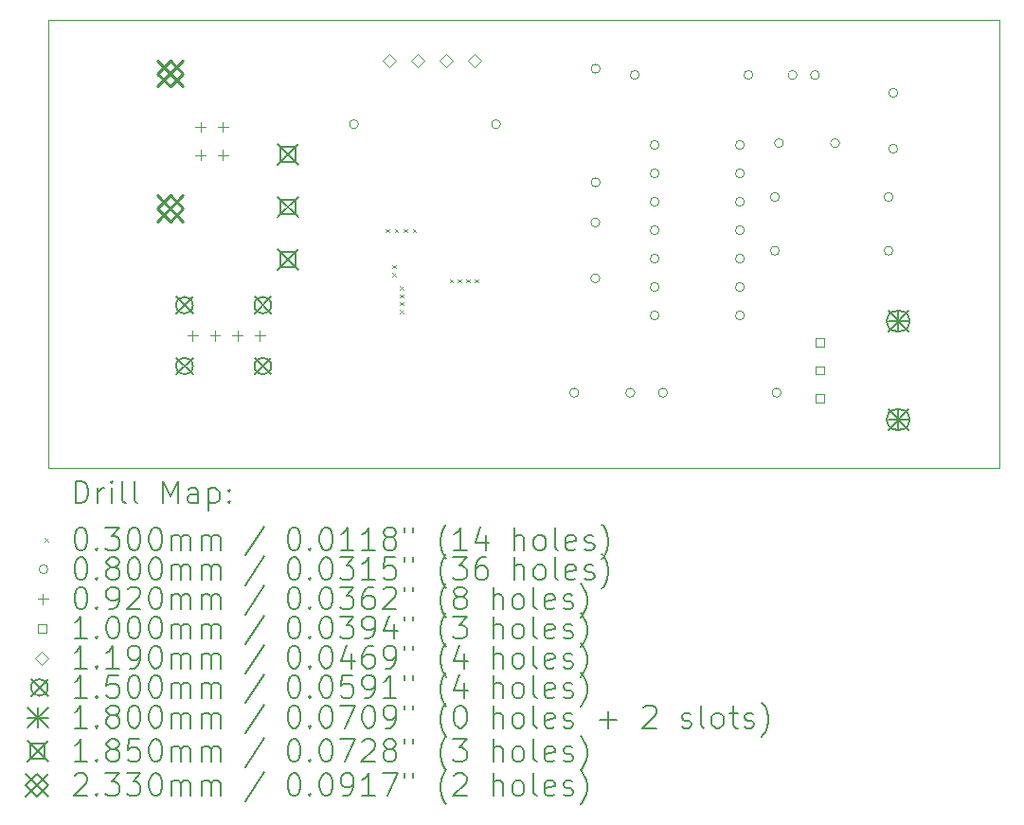
<source format=gbr>
%TF.GenerationSoftware,KiCad,Pcbnew,7.0.1*%
%TF.CreationDate,2023-04-11T23:40:37+02:00*%
%TF.ProjectId,Usb Fume Extractor,55736220-4675-46d6-9520-457874726163,1.1*%
%TF.SameCoordinates,Original*%
%TF.FileFunction,Drillmap*%
%TF.FilePolarity,Positive*%
%FSLAX45Y45*%
G04 Gerber Fmt 4.5, Leading zero omitted, Abs format (unit mm)*
G04 Created by KiCad (PCBNEW 7.0.1) date 2023-04-11 23:40:37*
%MOMM*%
%LPD*%
G01*
G04 APERTURE LIST*
%ADD10C,0.100000*%
%ADD11C,0.200000*%
%ADD12C,0.030000*%
%ADD13C,0.080000*%
%ADD14C,0.092000*%
%ADD15C,0.119000*%
%ADD16C,0.150000*%
%ADD17C,0.180000*%
%ADD18C,0.185000*%
%ADD19C,0.233000*%
G04 APERTURE END LIST*
D10*
X7000000Y-6000000D02*
X15500000Y-6000000D01*
X15500000Y-10000000D01*
X7000000Y-10000000D01*
X7000000Y-6000000D01*
D11*
D12*
X10016000Y-7865000D02*
X10046000Y-7895000D01*
X10046000Y-7865000D02*
X10016000Y-7895000D01*
X10075000Y-8190000D02*
X10105000Y-8220000D01*
X10105000Y-8190000D02*
X10075000Y-8220000D01*
X10075000Y-8260000D02*
X10105000Y-8290000D01*
X10105000Y-8260000D02*
X10075000Y-8290000D01*
X10095000Y-7865000D02*
X10125000Y-7895000D01*
X10125000Y-7865000D02*
X10095000Y-7895000D01*
X10140000Y-8380000D02*
X10170000Y-8410000D01*
X10170000Y-8380000D02*
X10140000Y-8410000D01*
X10140000Y-8450000D02*
X10170000Y-8480000D01*
X10170000Y-8450000D02*
X10140000Y-8480000D01*
X10140000Y-8520000D02*
X10170000Y-8550000D01*
X10170000Y-8520000D02*
X10140000Y-8550000D01*
X10140000Y-8590000D02*
X10170000Y-8620000D01*
X10170000Y-8590000D02*
X10140000Y-8620000D01*
X10175000Y-7865000D02*
X10205000Y-7895000D01*
X10205000Y-7865000D02*
X10175000Y-7895000D01*
X10255000Y-7865000D02*
X10285000Y-7895000D01*
X10285000Y-7865000D02*
X10255000Y-7895000D01*
X10585000Y-8315000D02*
X10615000Y-8345000D01*
X10615000Y-8315000D02*
X10585000Y-8345000D01*
X10660000Y-8315000D02*
X10690000Y-8345000D01*
X10690000Y-8315000D02*
X10660000Y-8345000D01*
X10735000Y-8315000D02*
X10765000Y-8345000D01*
X10765000Y-8315000D02*
X10735000Y-8345000D01*
X10810000Y-8315000D02*
X10840000Y-8345000D01*
X10840000Y-8315000D02*
X10810000Y-8345000D01*
D13*
X9770000Y-6930000D02*
G75*
G03*
X9770000Y-6930000I-40000J0D01*
G01*
X11040000Y-6930000D02*
G75*
G03*
X11040000Y-6930000I-40000J0D01*
G01*
X11740000Y-9330000D02*
G75*
G03*
X11740000Y-9330000I-40000J0D01*
G01*
X11928000Y-7808500D02*
G75*
G03*
X11928000Y-7808500I-40000J0D01*
G01*
X11928000Y-8308500D02*
G75*
G03*
X11928000Y-8308500I-40000J0D01*
G01*
X11930500Y-6434000D02*
G75*
G03*
X11930500Y-6434000I-40000J0D01*
G01*
X11930500Y-7450000D02*
G75*
G03*
X11930500Y-7450000I-40000J0D01*
G01*
X12240000Y-9330000D02*
G75*
G03*
X12240000Y-9330000I-40000J0D01*
G01*
X12280500Y-6490000D02*
G75*
G03*
X12280500Y-6490000I-40000J0D01*
G01*
X12458500Y-7116000D02*
G75*
G03*
X12458500Y-7116000I-40000J0D01*
G01*
X12458500Y-7370000D02*
G75*
G03*
X12458500Y-7370000I-40000J0D01*
G01*
X12458500Y-7624000D02*
G75*
G03*
X12458500Y-7624000I-40000J0D01*
G01*
X12458500Y-7878000D02*
G75*
G03*
X12458500Y-7878000I-40000J0D01*
G01*
X12458500Y-8132000D02*
G75*
G03*
X12458500Y-8132000I-40000J0D01*
G01*
X12458500Y-8386000D02*
G75*
G03*
X12458500Y-8386000I-40000J0D01*
G01*
X12458500Y-8640000D02*
G75*
G03*
X12458500Y-8640000I-40000J0D01*
G01*
X12532000Y-9330000D02*
G75*
G03*
X12532000Y-9330000I-40000J0D01*
G01*
X13220500Y-7116000D02*
G75*
G03*
X13220500Y-7116000I-40000J0D01*
G01*
X13220500Y-7370000D02*
G75*
G03*
X13220500Y-7370000I-40000J0D01*
G01*
X13220500Y-7624000D02*
G75*
G03*
X13220500Y-7624000I-40000J0D01*
G01*
X13220500Y-7878000D02*
G75*
G03*
X13220500Y-7878000I-40000J0D01*
G01*
X13220500Y-8132000D02*
G75*
G03*
X13220500Y-8132000I-40000J0D01*
G01*
X13220500Y-8386000D02*
G75*
G03*
X13220500Y-8386000I-40000J0D01*
G01*
X13220500Y-8640000D02*
G75*
G03*
X13220500Y-8640000I-40000J0D01*
G01*
X13296500Y-6490000D02*
G75*
G03*
X13296500Y-6490000I-40000J0D01*
G01*
X13532500Y-7580000D02*
G75*
G03*
X13532500Y-7580000I-40000J0D01*
G01*
X13532500Y-8060000D02*
G75*
G03*
X13532500Y-8060000I-40000J0D01*
G01*
X13548000Y-9330000D02*
G75*
G03*
X13548000Y-9330000I-40000J0D01*
G01*
X13570500Y-7098500D02*
G75*
G03*
X13570500Y-7098500I-40000J0D01*
G01*
X13690500Y-6490000D02*
G75*
G03*
X13690500Y-6490000I-40000J0D01*
G01*
X13890500Y-6490000D02*
G75*
G03*
X13890500Y-6490000I-40000J0D01*
G01*
X14070500Y-7098500D02*
G75*
G03*
X14070500Y-7098500I-40000J0D01*
G01*
X14548500Y-7580000D02*
G75*
G03*
X14548500Y-7580000I-40000J0D01*
G01*
X14548500Y-8060000D02*
G75*
G03*
X14548500Y-8060000I-40000J0D01*
G01*
X14590500Y-6650000D02*
G75*
G03*
X14590500Y-6650000I-40000J0D01*
G01*
X14590500Y-7150000D02*
G75*
G03*
X14590500Y-7150000I-40000J0D01*
G01*
D14*
X8289000Y-8774000D02*
X8289000Y-8866000D01*
X8243000Y-8820000D02*
X8335000Y-8820000D01*
X8357750Y-6909000D02*
X8357750Y-7001000D01*
X8311750Y-6955000D02*
X8403750Y-6955000D01*
X8357750Y-7159000D02*
X8357750Y-7251000D01*
X8311750Y-7205000D02*
X8403750Y-7205000D01*
X8489000Y-8774000D02*
X8489000Y-8866000D01*
X8443000Y-8820000D02*
X8535000Y-8820000D01*
X8557750Y-6909000D02*
X8557750Y-7001000D01*
X8511750Y-6955000D02*
X8603750Y-6955000D01*
X8557750Y-7159000D02*
X8557750Y-7251000D01*
X8511750Y-7205000D02*
X8603750Y-7205000D01*
X8689000Y-8774000D02*
X8689000Y-8866000D01*
X8643000Y-8820000D02*
X8735000Y-8820000D01*
X8889000Y-8774000D02*
X8889000Y-8866000D01*
X8843000Y-8820000D02*
X8935000Y-8820000D01*
D10*
X13930356Y-8915356D02*
X13930356Y-8844644D01*
X13859644Y-8844644D01*
X13859644Y-8915356D01*
X13930356Y-8915356D01*
X13930356Y-9165356D02*
X13930356Y-9094644D01*
X13859644Y-9094644D01*
X13859644Y-9165356D01*
X13930356Y-9165356D01*
X13930356Y-9415356D02*
X13930356Y-9344644D01*
X13859644Y-9344644D01*
X13859644Y-9415356D01*
X13930356Y-9415356D01*
D15*
X10046000Y-6424500D02*
X10105500Y-6365000D01*
X10046000Y-6305500D01*
X9986500Y-6365000D01*
X10046000Y-6424500D01*
X10300000Y-6424500D02*
X10359500Y-6365000D01*
X10300000Y-6305500D01*
X10240500Y-6365000D01*
X10300000Y-6424500D01*
X10554000Y-6424500D02*
X10613500Y-6365000D01*
X10554000Y-6305500D01*
X10494500Y-6365000D01*
X10554000Y-6424500D01*
X10808000Y-6424500D02*
X10867500Y-6365000D01*
X10808000Y-6305500D01*
X10748500Y-6365000D01*
X10808000Y-6424500D01*
D16*
X8141000Y-8473000D02*
X8291000Y-8623000D01*
X8291000Y-8473000D02*
X8141000Y-8623000D01*
X8291000Y-8548000D02*
G75*
G03*
X8291000Y-8548000I-75000J0D01*
G01*
X8141000Y-9017000D02*
X8291000Y-9167000D01*
X8291000Y-9017000D02*
X8141000Y-9167000D01*
X8291000Y-9092000D02*
G75*
G03*
X8291000Y-9092000I-75000J0D01*
G01*
X8841000Y-8473000D02*
X8991000Y-8623000D01*
X8991000Y-8473000D02*
X8841000Y-8623000D01*
X8991000Y-8548000D02*
G75*
G03*
X8991000Y-8548000I-75000J0D01*
G01*
X8841000Y-9017000D02*
X8991000Y-9167000D01*
X8991000Y-9017000D02*
X8841000Y-9167000D01*
X8991000Y-9092000D02*
G75*
G03*
X8991000Y-9092000I-75000J0D01*
G01*
D17*
X14505000Y-8600000D02*
X14685000Y-8780000D01*
X14685000Y-8600000D02*
X14505000Y-8780000D01*
X14595000Y-8600000D02*
X14595000Y-8780000D01*
X14505000Y-8690000D02*
X14685000Y-8690000D01*
D11*
X14580000Y-8780000D02*
X14610000Y-8780000D01*
X14610000Y-8780000D02*
G75*
G03*
X14610000Y-8600000I0J90000D01*
G01*
X14610000Y-8600000D02*
X14580000Y-8600000D01*
X14580000Y-8600000D02*
G75*
G03*
X14580000Y-8780000I0J-90000D01*
G01*
D17*
X14505000Y-9480000D02*
X14685000Y-9660000D01*
X14685000Y-9480000D02*
X14505000Y-9660000D01*
X14595000Y-9480000D02*
X14595000Y-9660000D01*
X14505000Y-9570000D02*
X14685000Y-9570000D01*
D11*
X14580000Y-9660000D02*
X14610000Y-9660000D01*
X14610000Y-9660000D02*
G75*
G03*
X14610000Y-9480000I0J90000D01*
G01*
X14610000Y-9480000D02*
X14580000Y-9480000D01*
X14580000Y-9480000D02*
G75*
G03*
X14580000Y-9660000I0J-90000D01*
G01*
D18*
X9047500Y-7107500D02*
X9232500Y-7292500D01*
X9232500Y-7107500D02*
X9047500Y-7292500D01*
X9205408Y-7265408D02*
X9205408Y-7134592D01*
X9074592Y-7134592D01*
X9074592Y-7265408D01*
X9205408Y-7265408D01*
X9047500Y-7577500D02*
X9232500Y-7762500D01*
X9232500Y-7577500D02*
X9047500Y-7762500D01*
X9205408Y-7735408D02*
X9205408Y-7604592D01*
X9074592Y-7604592D01*
X9074592Y-7735408D01*
X9205408Y-7735408D01*
X9047500Y-8047500D02*
X9232500Y-8232500D01*
X9232500Y-8047500D02*
X9047500Y-8232500D01*
X9205408Y-8205408D02*
X9205408Y-8074592D01*
X9074592Y-8074592D01*
X9074592Y-8205408D01*
X9205408Y-8205408D01*
D19*
X7970250Y-6361500D02*
X8203250Y-6594500D01*
X8203250Y-6361500D02*
X7970250Y-6594500D01*
X8086750Y-6594500D02*
X8203250Y-6478000D01*
X8086750Y-6361500D01*
X7970250Y-6478000D01*
X8086750Y-6594500D01*
X7970250Y-7565500D02*
X8203250Y-7798500D01*
X8203250Y-7565500D02*
X7970250Y-7798500D01*
X8086750Y-7798500D02*
X8203250Y-7682000D01*
X8086750Y-7565500D01*
X7970250Y-7682000D01*
X8086750Y-7798500D01*
D11*
X7242619Y-10317524D02*
X7242619Y-10117524D01*
X7242619Y-10117524D02*
X7290238Y-10117524D01*
X7290238Y-10117524D02*
X7318809Y-10127048D01*
X7318809Y-10127048D02*
X7337857Y-10146095D01*
X7337857Y-10146095D02*
X7347381Y-10165143D01*
X7347381Y-10165143D02*
X7356905Y-10203238D01*
X7356905Y-10203238D02*
X7356905Y-10231810D01*
X7356905Y-10231810D02*
X7347381Y-10269905D01*
X7347381Y-10269905D02*
X7337857Y-10288952D01*
X7337857Y-10288952D02*
X7318809Y-10308000D01*
X7318809Y-10308000D02*
X7290238Y-10317524D01*
X7290238Y-10317524D02*
X7242619Y-10317524D01*
X7442619Y-10317524D02*
X7442619Y-10184190D01*
X7442619Y-10222286D02*
X7452143Y-10203238D01*
X7452143Y-10203238D02*
X7461667Y-10193714D01*
X7461667Y-10193714D02*
X7480714Y-10184190D01*
X7480714Y-10184190D02*
X7499762Y-10184190D01*
X7566428Y-10317524D02*
X7566428Y-10184190D01*
X7566428Y-10117524D02*
X7556905Y-10127048D01*
X7556905Y-10127048D02*
X7566428Y-10136571D01*
X7566428Y-10136571D02*
X7575952Y-10127048D01*
X7575952Y-10127048D02*
X7566428Y-10117524D01*
X7566428Y-10117524D02*
X7566428Y-10136571D01*
X7690238Y-10317524D02*
X7671190Y-10308000D01*
X7671190Y-10308000D02*
X7661667Y-10288952D01*
X7661667Y-10288952D02*
X7661667Y-10117524D01*
X7795000Y-10317524D02*
X7775952Y-10308000D01*
X7775952Y-10308000D02*
X7766428Y-10288952D01*
X7766428Y-10288952D02*
X7766428Y-10117524D01*
X8023571Y-10317524D02*
X8023571Y-10117524D01*
X8023571Y-10117524D02*
X8090238Y-10260381D01*
X8090238Y-10260381D02*
X8156905Y-10117524D01*
X8156905Y-10117524D02*
X8156905Y-10317524D01*
X8337857Y-10317524D02*
X8337857Y-10212762D01*
X8337857Y-10212762D02*
X8328333Y-10193714D01*
X8328333Y-10193714D02*
X8309286Y-10184190D01*
X8309286Y-10184190D02*
X8271190Y-10184190D01*
X8271190Y-10184190D02*
X8252143Y-10193714D01*
X8337857Y-10308000D02*
X8318809Y-10317524D01*
X8318809Y-10317524D02*
X8271190Y-10317524D01*
X8271190Y-10317524D02*
X8252143Y-10308000D01*
X8252143Y-10308000D02*
X8242619Y-10288952D01*
X8242619Y-10288952D02*
X8242619Y-10269905D01*
X8242619Y-10269905D02*
X8252143Y-10250857D01*
X8252143Y-10250857D02*
X8271190Y-10241333D01*
X8271190Y-10241333D02*
X8318809Y-10241333D01*
X8318809Y-10241333D02*
X8337857Y-10231810D01*
X8433095Y-10184190D02*
X8433095Y-10384190D01*
X8433095Y-10193714D02*
X8452143Y-10184190D01*
X8452143Y-10184190D02*
X8490238Y-10184190D01*
X8490238Y-10184190D02*
X8509286Y-10193714D01*
X8509286Y-10193714D02*
X8518810Y-10203238D01*
X8518810Y-10203238D02*
X8528333Y-10222286D01*
X8528333Y-10222286D02*
X8528333Y-10279429D01*
X8528333Y-10279429D02*
X8518810Y-10298476D01*
X8518810Y-10298476D02*
X8509286Y-10308000D01*
X8509286Y-10308000D02*
X8490238Y-10317524D01*
X8490238Y-10317524D02*
X8452143Y-10317524D01*
X8452143Y-10317524D02*
X8433095Y-10308000D01*
X8614048Y-10298476D02*
X8623571Y-10308000D01*
X8623571Y-10308000D02*
X8614048Y-10317524D01*
X8614048Y-10317524D02*
X8604524Y-10308000D01*
X8604524Y-10308000D02*
X8614048Y-10298476D01*
X8614048Y-10298476D02*
X8614048Y-10317524D01*
X8614048Y-10193714D02*
X8623571Y-10203238D01*
X8623571Y-10203238D02*
X8614048Y-10212762D01*
X8614048Y-10212762D02*
X8604524Y-10203238D01*
X8604524Y-10203238D02*
X8614048Y-10193714D01*
X8614048Y-10193714D02*
X8614048Y-10212762D01*
D12*
X6965000Y-10630000D02*
X6995000Y-10660000D01*
X6995000Y-10630000D02*
X6965000Y-10660000D01*
D11*
X7280714Y-10537524D02*
X7299762Y-10537524D01*
X7299762Y-10537524D02*
X7318809Y-10547048D01*
X7318809Y-10547048D02*
X7328333Y-10556571D01*
X7328333Y-10556571D02*
X7337857Y-10575619D01*
X7337857Y-10575619D02*
X7347381Y-10613714D01*
X7347381Y-10613714D02*
X7347381Y-10661333D01*
X7347381Y-10661333D02*
X7337857Y-10699429D01*
X7337857Y-10699429D02*
X7328333Y-10718476D01*
X7328333Y-10718476D02*
X7318809Y-10728000D01*
X7318809Y-10728000D02*
X7299762Y-10737524D01*
X7299762Y-10737524D02*
X7280714Y-10737524D01*
X7280714Y-10737524D02*
X7261667Y-10728000D01*
X7261667Y-10728000D02*
X7252143Y-10718476D01*
X7252143Y-10718476D02*
X7242619Y-10699429D01*
X7242619Y-10699429D02*
X7233095Y-10661333D01*
X7233095Y-10661333D02*
X7233095Y-10613714D01*
X7233095Y-10613714D02*
X7242619Y-10575619D01*
X7242619Y-10575619D02*
X7252143Y-10556571D01*
X7252143Y-10556571D02*
X7261667Y-10547048D01*
X7261667Y-10547048D02*
X7280714Y-10537524D01*
X7433095Y-10718476D02*
X7442619Y-10728000D01*
X7442619Y-10728000D02*
X7433095Y-10737524D01*
X7433095Y-10737524D02*
X7423571Y-10728000D01*
X7423571Y-10728000D02*
X7433095Y-10718476D01*
X7433095Y-10718476D02*
X7433095Y-10737524D01*
X7509286Y-10537524D02*
X7633095Y-10537524D01*
X7633095Y-10537524D02*
X7566428Y-10613714D01*
X7566428Y-10613714D02*
X7595000Y-10613714D01*
X7595000Y-10613714D02*
X7614048Y-10623238D01*
X7614048Y-10623238D02*
X7623571Y-10632762D01*
X7623571Y-10632762D02*
X7633095Y-10651810D01*
X7633095Y-10651810D02*
X7633095Y-10699429D01*
X7633095Y-10699429D02*
X7623571Y-10718476D01*
X7623571Y-10718476D02*
X7614048Y-10728000D01*
X7614048Y-10728000D02*
X7595000Y-10737524D01*
X7595000Y-10737524D02*
X7537857Y-10737524D01*
X7537857Y-10737524D02*
X7518809Y-10728000D01*
X7518809Y-10728000D02*
X7509286Y-10718476D01*
X7756905Y-10537524D02*
X7775952Y-10537524D01*
X7775952Y-10537524D02*
X7795000Y-10547048D01*
X7795000Y-10547048D02*
X7804524Y-10556571D01*
X7804524Y-10556571D02*
X7814048Y-10575619D01*
X7814048Y-10575619D02*
X7823571Y-10613714D01*
X7823571Y-10613714D02*
X7823571Y-10661333D01*
X7823571Y-10661333D02*
X7814048Y-10699429D01*
X7814048Y-10699429D02*
X7804524Y-10718476D01*
X7804524Y-10718476D02*
X7795000Y-10728000D01*
X7795000Y-10728000D02*
X7775952Y-10737524D01*
X7775952Y-10737524D02*
X7756905Y-10737524D01*
X7756905Y-10737524D02*
X7737857Y-10728000D01*
X7737857Y-10728000D02*
X7728333Y-10718476D01*
X7728333Y-10718476D02*
X7718809Y-10699429D01*
X7718809Y-10699429D02*
X7709286Y-10661333D01*
X7709286Y-10661333D02*
X7709286Y-10613714D01*
X7709286Y-10613714D02*
X7718809Y-10575619D01*
X7718809Y-10575619D02*
X7728333Y-10556571D01*
X7728333Y-10556571D02*
X7737857Y-10547048D01*
X7737857Y-10547048D02*
X7756905Y-10537524D01*
X7947381Y-10537524D02*
X7966429Y-10537524D01*
X7966429Y-10537524D02*
X7985476Y-10547048D01*
X7985476Y-10547048D02*
X7995000Y-10556571D01*
X7995000Y-10556571D02*
X8004524Y-10575619D01*
X8004524Y-10575619D02*
X8014048Y-10613714D01*
X8014048Y-10613714D02*
X8014048Y-10661333D01*
X8014048Y-10661333D02*
X8004524Y-10699429D01*
X8004524Y-10699429D02*
X7995000Y-10718476D01*
X7995000Y-10718476D02*
X7985476Y-10728000D01*
X7985476Y-10728000D02*
X7966429Y-10737524D01*
X7966429Y-10737524D02*
X7947381Y-10737524D01*
X7947381Y-10737524D02*
X7928333Y-10728000D01*
X7928333Y-10728000D02*
X7918809Y-10718476D01*
X7918809Y-10718476D02*
X7909286Y-10699429D01*
X7909286Y-10699429D02*
X7899762Y-10661333D01*
X7899762Y-10661333D02*
X7899762Y-10613714D01*
X7899762Y-10613714D02*
X7909286Y-10575619D01*
X7909286Y-10575619D02*
X7918809Y-10556571D01*
X7918809Y-10556571D02*
X7928333Y-10547048D01*
X7928333Y-10547048D02*
X7947381Y-10537524D01*
X8099762Y-10737524D02*
X8099762Y-10604190D01*
X8099762Y-10623238D02*
X8109286Y-10613714D01*
X8109286Y-10613714D02*
X8128333Y-10604190D01*
X8128333Y-10604190D02*
X8156905Y-10604190D01*
X8156905Y-10604190D02*
X8175952Y-10613714D01*
X8175952Y-10613714D02*
X8185476Y-10632762D01*
X8185476Y-10632762D02*
X8185476Y-10737524D01*
X8185476Y-10632762D02*
X8195000Y-10613714D01*
X8195000Y-10613714D02*
X8214048Y-10604190D01*
X8214048Y-10604190D02*
X8242619Y-10604190D01*
X8242619Y-10604190D02*
X8261667Y-10613714D01*
X8261667Y-10613714D02*
X8271190Y-10632762D01*
X8271190Y-10632762D02*
X8271190Y-10737524D01*
X8366429Y-10737524D02*
X8366429Y-10604190D01*
X8366429Y-10623238D02*
X8375952Y-10613714D01*
X8375952Y-10613714D02*
X8395000Y-10604190D01*
X8395000Y-10604190D02*
X8423572Y-10604190D01*
X8423572Y-10604190D02*
X8442619Y-10613714D01*
X8442619Y-10613714D02*
X8452143Y-10632762D01*
X8452143Y-10632762D02*
X8452143Y-10737524D01*
X8452143Y-10632762D02*
X8461667Y-10613714D01*
X8461667Y-10613714D02*
X8480714Y-10604190D01*
X8480714Y-10604190D02*
X8509286Y-10604190D01*
X8509286Y-10604190D02*
X8528333Y-10613714D01*
X8528333Y-10613714D02*
X8537857Y-10632762D01*
X8537857Y-10632762D02*
X8537857Y-10737524D01*
X8928333Y-10528000D02*
X8756905Y-10785143D01*
X9185476Y-10537524D02*
X9204524Y-10537524D01*
X9204524Y-10537524D02*
X9223572Y-10547048D01*
X9223572Y-10547048D02*
X9233095Y-10556571D01*
X9233095Y-10556571D02*
X9242619Y-10575619D01*
X9242619Y-10575619D02*
X9252143Y-10613714D01*
X9252143Y-10613714D02*
X9252143Y-10661333D01*
X9252143Y-10661333D02*
X9242619Y-10699429D01*
X9242619Y-10699429D02*
X9233095Y-10718476D01*
X9233095Y-10718476D02*
X9223572Y-10728000D01*
X9223572Y-10728000D02*
X9204524Y-10737524D01*
X9204524Y-10737524D02*
X9185476Y-10737524D01*
X9185476Y-10737524D02*
X9166429Y-10728000D01*
X9166429Y-10728000D02*
X9156905Y-10718476D01*
X9156905Y-10718476D02*
X9147381Y-10699429D01*
X9147381Y-10699429D02*
X9137857Y-10661333D01*
X9137857Y-10661333D02*
X9137857Y-10613714D01*
X9137857Y-10613714D02*
X9147381Y-10575619D01*
X9147381Y-10575619D02*
X9156905Y-10556571D01*
X9156905Y-10556571D02*
X9166429Y-10547048D01*
X9166429Y-10547048D02*
X9185476Y-10537524D01*
X9337857Y-10718476D02*
X9347381Y-10728000D01*
X9347381Y-10728000D02*
X9337857Y-10737524D01*
X9337857Y-10737524D02*
X9328334Y-10728000D01*
X9328334Y-10728000D02*
X9337857Y-10718476D01*
X9337857Y-10718476D02*
X9337857Y-10737524D01*
X9471191Y-10537524D02*
X9490238Y-10537524D01*
X9490238Y-10537524D02*
X9509286Y-10547048D01*
X9509286Y-10547048D02*
X9518810Y-10556571D01*
X9518810Y-10556571D02*
X9528334Y-10575619D01*
X9528334Y-10575619D02*
X9537857Y-10613714D01*
X9537857Y-10613714D02*
X9537857Y-10661333D01*
X9537857Y-10661333D02*
X9528334Y-10699429D01*
X9528334Y-10699429D02*
X9518810Y-10718476D01*
X9518810Y-10718476D02*
X9509286Y-10728000D01*
X9509286Y-10728000D02*
X9490238Y-10737524D01*
X9490238Y-10737524D02*
X9471191Y-10737524D01*
X9471191Y-10737524D02*
X9452143Y-10728000D01*
X9452143Y-10728000D02*
X9442619Y-10718476D01*
X9442619Y-10718476D02*
X9433095Y-10699429D01*
X9433095Y-10699429D02*
X9423572Y-10661333D01*
X9423572Y-10661333D02*
X9423572Y-10613714D01*
X9423572Y-10613714D02*
X9433095Y-10575619D01*
X9433095Y-10575619D02*
X9442619Y-10556571D01*
X9442619Y-10556571D02*
X9452143Y-10547048D01*
X9452143Y-10547048D02*
X9471191Y-10537524D01*
X9728334Y-10737524D02*
X9614048Y-10737524D01*
X9671191Y-10737524D02*
X9671191Y-10537524D01*
X9671191Y-10537524D02*
X9652143Y-10566095D01*
X9652143Y-10566095D02*
X9633095Y-10585143D01*
X9633095Y-10585143D02*
X9614048Y-10594667D01*
X9918810Y-10737524D02*
X9804524Y-10737524D01*
X9861667Y-10737524D02*
X9861667Y-10537524D01*
X9861667Y-10537524D02*
X9842619Y-10566095D01*
X9842619Y-10566095D02*
X9823572Y-10585143D01*
X9823572Y-10585143D02*
X9804524Y-10594667D01*
X10033095Y-10623238D02*
X10014048Y-10613714D01*
X10014048Y-10613714D02*
X10004524Y-10604190D01*
X10004524Y-10604190D02*
X9995000Y-10585143D01*
X9995000Y-10585143D02*
X9995000Y-10575619D01*
X9995000Y-10575619D02*
X10004524Y-10556571D01*
X10004524Y-10556571D02*
X10014048Y-10547048D01*
X10014048Y-10547048D02*
X10033095Y-10537524D01*
X10033095Y-10537524D02*
X10071191Y-10537524D01*
X10071191Y-10537524D02*
X10090238Y-10547048D01*
X10090238Y-10547048D02*
X10099762Y-10556571D01*
X10099762Y-10556571D02*
X10109286Y-10575619D01*
X10109286Y-10575619D02*
X10109286Y-10585143D01*
X10109286Y-10585143D02*
X10099762Y-10604190D01*
X10099762Y-10604190D02*
X10090238Y-10613714D01*
X10090238Y-10613714D02*
X10071191Y-10623238D01*
X10071191Y-10623238D02*
X10033095Y-10623238D01*
X10033095Y-10623238D02*
X10014048Y-10632762D01*
X10014048Y-10632762D02*
X10004524Y-10642286D01*
X10004524Y-10642286D02*
X9995000Y-10661333D01*
X9995000Y-10661333D02*
X9995000Y-10699429D01*
X9995000Y-10699429D02*
X10004524Y-10718476D01*
X10004524Y-10718476D02*
X10014048Y-10728000D01*
X10014048Y-10728000D02*
X10033095Y-10737524D01*
X10033095Y-10737524D02*
X10071191Y-10737524D01*
X10071191Y-10737524D02*
X10090238Y-10728000D01*
X10090238Y-10728000D02*
X10099762Y-10718476D01*
X10099762Y-10718476D02*
X10109286Y-10699429D01*
X10109286Y-10699429D02*
X10109286Y-10661333D01*
X10109286Y-10661333D02*
X10099762Y-10642286D01*
X10099762Y-10642286D02*
X10090238Y-10632762D01*
X10090238Y-10632762D02*
X10071191Y-10623238D01*
X10185476Y-10537524D02*
X10185476Y-10575619D01*
X10261667Y-10537524D02*
X10261667Y-10575619D01*
X10556905Y-10813714D02*
X10547381Y-10804190D01*
X10547381Y-10804190D02*
X10528334Y-10775619D01*
X10528334Y-10775619D02*
X10518810Y-10756571D01*
X10518810Y-10756571D02*
X10509286Y-10728000D01*
X10509286Y-10728000D02*
X10499762Y-10680381D01*
X10499762Y-10680381D02*
X10499762Y-10642286D01*
X10499762Y-10642286D02*
X10509286Y-10594667D01*
X10509286Y-10594667D02*
X10518810Y-10566095D01*
X10518810Y-10566095D02*
X10528334Y-10547048D01*
X10528334Y-10547048D02*
X10547381Y-10518476D01*
X10547381Y-10518476D02*
X10556905Y-10508952D01*
X10737857Y-10737524D02*
X10623572Y-10737524D01*
X10680715Y-10737524D02*
X10680715Y-10537524D01*
X10680715Y-10537524D02*
X10661667Y-10566095D01*
X10661667Y-10566095D02*
X10642619Y-10585143D01*
X10642619Y-10585143D02*
X10623572Y-10594667D01*
X10909286Y-10604190D02*
X10909286Y-10737524D01*
X10861667Y-10528000D02*
X10814048Y-10670857D01*
X10814048Y-10670857D02*
X10937857Y-10670857D01*
X11166429Y-10737524D02*
X11166429Y-10537524D01*
X11252143Y-10737524D02*
X11252143Y-10632762D01*
X11252143Y-10632762D02*
X11242619Y-10613714D01*
X11242619Y-10613714D02*
X11223572Y-10604190D01*
X11223572Y-10604190D02*
X11195000Y-10604190D01*
X11195000Y-10604190D02*
X11175953Y-10613714D01*
X11175953Y-10613714D02*
X11166429Y-10623238D01*
X11375953Y-10737524D02*
X11356905Y-10728000D01*
X11356905Y-10728000D02*
X11347381Y-10718476D01*
X11347381Y-10718476D02*
X11337857Y-10699429D01*
X11337857Y-10699429D02*
X11337857Y-10642286D01*
X11337857Y-10642286D02*
X11347381Y-10623238D01*
X11347381Y-10623238D02*
X11356905Y-10613714D01*
X11356905Y-10613714D02*
X11375953Y-10604190D01*
X11375953Y-10604190D02*
X11404524Y-10604190D01*
X11404524Y-10604190D02*
X11423572Y-10613714D01*
X11423572Y-10613714D02*
X11433096Y-10623238D01*
X11433096Y-10623238D02*
X11442619Y-10642286D01*
X11442619Y-10642286D02*
X11442619Y-10699429D01*
X11442619Y-10699429D02*
X11433096Y-10718476D01*
X11433096Y-10718476D02*
X11423572Y-10728000D01*
X11423572Y-10728000D02*
X11404524Y-10737524D01*
X11404524Y-10737524D02*
X11375953Y-10737524D01*
X11556905Y-10737524D02*
X11537857Y-10728000D01*
X11537857Y-10728000D02*
X11528334Y-10708952D01*
X11528334Y-10708952D02*
X11528334Y-10537524D01*
X11709286Y-10728000D02*
X11690238Y-10737524D01*
X11690238Y-10737524D02*
X11652143Y-10737524D01*
X11652143Y-10737524D02*
X11633096Y-10728000D01*
X11633096Y-10728000D02*
X11623572Y-10708952D01*
X11623572Y-10708952D02*
X11623572Y-10632762D01*
X11623572Y-10632762D02*
X11633096Y-10613714D01*
X11633096Y-10613714D02*
X11652143Y-10604190D01*
X11652143Y-10604190D02*
X11690238Y-10604190D01*
X11690238Y-10604190D02*
X11709286Y-10613714D01*
X11709286Y-10613714D02*
X11718810Y-10632762D01*
X11718810Y-10632762D02*
X11718810Y-10651810D01*
X11718810Y-10651810D02*
X11623572Y-10670857D01*
X11795000Y-10728000D02*
X11814048Y-10737524D01*
X11814048Y-10737524D02*
X11852143Y-10737524D01*
X11852143Y-10737524D02*
X11871191Y-10728000D01*
X11871191Y-10728000D02*
X11880715Y-10708952D01*
X11880715Y-10708952D02*
X11880715Y-10699429D01*
X11880715Y-10699429D02*
X11871191Y-10680381D01*
X11871191Y-10680381D02*
X11852143Y-10670857D01*
X11852143Y-10670857D02*
X11823572Y-10670857D01*
X11823572Y-10670857D02*
X11804524Y-10661333D01*
X11804524Y-10661333D02*
X11795000Y-10642286D01*
X11795000Y-10642286D02*
X11795000Y-10632762D01*
X11795000Y-10632762D02*
X11804524Y-10613714D01*
X11804524Y-10613714D02*
X11823572Y-10604190D01*
X11823572Y-10604190D02*
X11852143Y-10604190D01*
X11852143Y-10604190D02*
X11871191Y-10613714D01*
X11947381Y-10813714D02*
X11956905Y-10804190D01*
X11956905Y-10804190D02*
X11975953Y-10775619D01*
X11975953Y-10775619D02*
X11985477Y-10756571D01*
X11985477Y-10756571D02*
X11995000Y-10728000D01*
X11995000Y-10728000D02*
X12004524Y-10680381D01*
X12004524Y-10680381D02*
X12004524Y-10642286D01*
X12004524Y-10642286D02*
X11995000Y-10594667D01*
X11995000Y-10594667D02*
X11985477Y-10566095D01*
X11985477Y-10566095D02*
X11975953Y-10547048D01*
X11975953Y-10547048D02*
X11956905Y-10518476D01*
X11956905Y-10518476D02*
X11947381Y-10508952D01*
D13*
X6995000Y-10909000D02*
G75*
G03*
X6995000Y-10909000I-40000J0D01*
G01*
D11*
X7280714Y-10801524D02*
X7299762Y-10801524D01*
X7299762Y-10801524D02*
X7318809Y-10811048D01*
X7318809Y-10811048D02*
X7328333Y-10820571D01*
X7328333Y-10820571D02*
X7337857Y-10839619D01*
X7337857Y-10839619D02*
X7347381Y-10877714D01*
X7347381Y-10877714D02*
X7347381Y-10925333D01*
X7347381Y-10925333D02*
X7337857Y-10963429D01*
X7337857Y-10963429D02*
X7328333Y-10982476D01*
X7328333Y-10982476D02*
X7318809Y-10992000D01*
X7318809Y-10992000D02*
X7299762Y-11001524D01*
X7299762Y-11001524D02*
X7280714Y-11001524D01*
X7280714Y-11001524D02*
X7261667Y-10992000D01*
X7261667Y-10992000D02*
X7252143Y-10982476D01*
X7252143Y-10982476D02*
X7242619Y-10963429D01*
X7242619Y-10963429D02*
X7233095Y-10925333D01*
X7233095Y-10925333D02*
X7233095Y-10877714D01*
X7233095Y-10877714D02*
X7242619Y-10839619D01*
X7242619Y-10839619D02*
X7252143Y-10820571D01*
X7252143Y-10820571D02*
X7261667Y-10811048D01*
X7261667Y-10811048D02*
X7280714Y-10801524D01*
X7433095Y-10982476D02*
X7442619Y-10992000D01*
X7442619Y-10992000D02*
X7433095Y-11001524D01*
X7433095Y-11001524D02*
X7423571Y-10992000D01*
X7423571Y-10992000D02*
X7433095Y-10982476D01*
X7433095Y-10982476D02*
X7433095Y-11001524D01*
X7556905Y-10887238D02*
X7537857Y-10877714D01*
X7537857Y-10877714D02*
X7528333Y-10868190D01*
X7528333Y-10868190D02*
X7518809Y-10849143D01*
X7518809Y-10849143D02*
X7518809Y-10839619D01*
X7518809Y-10839619D02*
X7528333Y-10820571D01*
X7528333Y-10820571D02*
X7537857Y-10811048D01*
X7537857Y-10811048D02*
X7556905Y-10801524D01*
X7556905Y-10801524D02*
X7595000Y-10801524D01*
X7595000Y-10801524D02*
X7614048Y-10811048D01*
X7614048Y-10811048D02*
X7623571Y-10820571D01*
X7623571Y-10820571D02*
X7633095Y-10839619D01*
X7633095Y-10839619D02*
X7633095Y-10849143D01*
X7633095Y-10849143D02*
X7623571Y-10868190D01*
X7623571Y-10868190D02*
X7614048Y-10877714D01*
X7614048Y-10877714D02*
X7595000Y-10887238D01*
X7595000Y-10887238D02*
X7556905Y-10887238D01*
X7556905Y-10887238D02*
X7537857Y-10896762D01*
X7537857Y-10896762D02*
X7528333Y-10906286D01*
X7528333Y-10906286D02*
X7518809Y-10925333D01*
X7518809Y-10925333D02*
X7518809Y-10963429D01*
X7518809Y-10963429D02*
X7528333Y-10982476D01*
X7528333Y-10982476D02*
X7537857Y-10992000D01*
X7537857Y-10992000D02*
X7556905Y-11001524D01*
X7556905Y-11001524D02*
X7595000Y-11001524D01*
X7595000Y-11001524D02*
X7614048Y-10992000D01*
X7614048Y-10992000D02*
X7623571Y-10982476D01*
X7623571Y-10982476D02*
X7633095Y-10963429D01*
X7633095Y-10963429D02*
X7633095Y-10925333D01*
X7633095Y-10925333D02*
X7623571Y-10906286D01*
X7623571Y-10906286D02*
X7614048Y-10896762D01*
X7614048Y-10896762D02*
X7595000Y-10887238D01*
X7756905Y-10801524D02*
X7775952Y-10801524D01*
X7775952Y-10801524D02*
X7795000Y-10811048D01*
X7795000Y-10811048D02*
X7804524Y-10820571D01*
X7804524Y-10820571D02*
X7814048Y-10839619D01*
X7814048Y-10839619D02*
X7823571Y-10877714D01*
X7823571Y-10877714D02*
X7823571Y-10925333D01*
X7823571Y-10925333D02*
X7814048Y-10963429D01*
X7814048Y-10963429D02*
X7804524Y-10982476D01*
X7804524Y-10982476D02*
X7795000Y-10992000D01*
X7795000Y-10992000D02*
X7775952Y-11001524D01*
X7775952Y-11001524D02*
X7756905Y-11001524D01*
X7756905Y-11001524D02*
X7737857Y-10992000D01*
X7737857Y-10992000D02*
X7728333Y-10982476D01*
X7728333Y-10982476D02*
X7718809Y-10963429D01*
X7718809Y-10963429D02*
X7709286Y-10925333D01*
X7709286Y-10925333D02*
X7709286Y-10877714D01*
X7709286Y-10877714D02*
X7718809Y-10839619D01*
X7718809Y-10839619D02*
X7728333Y-10820571D01*
X7728333Y-10820571D02*
X7737857Y-10811048D01*
X7737857Y-10811048D02*
X7756905Y-10801524D01*
X7947381Y-10801524D02*
X7966429Y-10801524D01*
X7966429Y-10801524D02*
X7985476Y-10811048D01*
X7985476Y-10811048D02*
X7995000Y-10820571D01*
X7995000Y-10820571D02*
X8004524Y-10839619D01*
X8004524Y-10839619D02*
X8014048Y-10877714D01*
X8014048Y-10877714D02*
X8014048Y-10925333D01*
X8014048Y-10925333D02*
X8004524Y-10963429D01*
X8004524Y-10963429D02*
X7995000Y-10982476D01*
X7995000Y-10982476D02*
X7985476Y-10992000D01*
X7985476Y-10992000D02*
X7966429Y-11001524D01*
X7966429Y-11001524D02*
X7947381Y-11001524D01*
X7947381Y-11001524D02*
X7928333Y-10992000D01*
X7928333Y-10992000D02*
X7918809Y-10982476D01*
X7918809Y-10982476D02*
X7909286Y-10963429D01*
X7909286Y-10963429D02*
X7899762Y-10925333D01*
X7899762Y-10925333D02*
X7899762Y-10877714D01*
X7899762Y-10877714D02*
X7909286Y-10839619D01*
X7909286Y-10839619D02*
X7918809Y-10820571D01*
X7918809Y-10820571D02*
X7928333Y-10811048D01*
X7928333Y-10811048D02*
X7947381Y-10801524D01*
X8099762Y-11001524D02*
X8099762Y-10868190D01*
X8099762Y-10887238D02*
X8109286Y-10877714D01*
X8109286Y-10877714D02*
X8128333Y-10868190D01*
X8128333Y-10868190D02*
X8156905Y-10868190D01*
X8156905Y-10868190D02*
X8175952Y-10877714D01*
X8175952Y-10877714D02*
X8185476Y-10896762D01*
X8185476Y-10896762D02*
X8185476Y-11001524D01*
X8185476Y-10896762D02*
X8195000Y-10877714D01*
X8195000Y-10877714D02*
X8214048Y-10868190D01*
X8214048Y-10868190D02*
X8242619Y-10868190D01*
X8242619Y-10868190D02*
X8261667Y-10877714D01*
X8261667Y-10877714D02*
X8271190Y-10896762D01*
X8271190Y-10896762D02*
X8271190Y-11001524D01*
X8366429Y-11001524D02*
X8366429Y-10868190D01*
X8366429Y-10887238D02*
X8375952Y-10877714D01*
X8375952Y-10877714D02*
X8395000Y-10868190D01*
X8395000Y-10868190D02*
X8423572Y-10868190D01*
X8423572Y-10868190D02*
X8442619Y-10877714D01*
X8442619Y-10877714D02*
X8452143Y-10896762D01*
X8452143Y-10896762D02*
X8452143Y-11001524D01*
X8452143Y-10896762D02*
X8461667Y-10877714D01*
X8461667Y-10877714D02*
X8480714Y-10868190D01*
X8480714Y-10868190D02*
X8509286Y-10868190D01*
X8509286Y-10868190D02*
X8528333Y-10877714D01*
X8528333Y-10877714D02*
X8537857Y-10896762D01*
X8537857Y-10896762D02*
X8537857Y-11001524D01*
X8928333Y-10792000D02*
X8756905Y-11049143D01*
X9185476Y-10801524D02*
X9204524Y-10801524D01*
X9204524Y-10801524D02*
X9223572Y-10811048D01*
X9223572Y-10811048D02*
X9233095Y-10820571D01*
X9233095Y-10820571D02*
X9242619Y-10839619D01*
X9242619Y-10839619D02*
X9252143Y-10877714D01*
X9252143Y-10877714D02*
X9252143Y-10925333D01*
X9252143Y-10925333D02*
X9242619Y-10963429D01*
X9242619Y-10963429D02*
X9233095Y-10982476D01*
X9233095Y-10982476D02*
X9223572Y-10992000D01*
X9223572Y-10992000D02*
X9204524Y-11001524D01*
X9204524Y-11001524D02*
X9185476Y-11001524D01*
X9185476Y-11001524D02*
X9166429Y-10992000D01*
X9166429Y-10992000D02*
X9156905Y-10982476D01*
X9156905Y-10982476D02*
X9147381Y-10963429D01*
X9147381Y-10963429D02*
X9137857Y-10925333D01*
X9137857Y-10925333D02*
X9137857Y-10877714D01*
X9137857Y-10877714D02*
X9147381Y-10839619D01*
X9147381Y-10839619D02*
X9156905Y-10820571D01*
X9156905Y-10820571D02*
X9166429Y-10811048D01*
X9166429Y-10811048D02*
X9185476Y-10801524D01*
X9337857Y-10982476D02*
X9347381Y-10992000D01*
X9347381Y-10992000D02*
X9337857Y-11001524D01*
X9337857Y-11001524D02*
X9328334Y-10992000D01*
X9328334Y-10992000D02*
X9337857Y-10982476D01*
X9337857Y-10982476D02*
X9337857Y-11001524D01*
X9471191Y-10801524D02*
X9490238Y-10801524D01*
X9490238Y-10801524D02*
X9509286Y-10811048D01*
X9509286Y-10811048D02*
X9518810Y-10820571D01*
X9518810Y-10820571D02*
X9528334Y-10839619D01*
X9528334Y-10839619D02*
X9537857Y-10877714D01*
X9537857Y-10877714D02*
X9537857Y-10925333D01*
X9537857Y-10925333D02*
X9528334Y-10963429D01*
X9528334Y-10963429D02*
X9518810Y-10982476D01*
X9518810Y-10982476D02*
X9509286Y-10992000D01*
X9509286Y-10992000D02*
X9490238Y-11001524D01*
X9490238Y-11001524D02*
X9471191Y-11001524D01*
X9471191Y-11001524D02*
X9452143Y-10992000D01*
X9452143Y-10992000D02*
X9442619Y-10982476D01*
X9442619Y-10982476D02*
X9433095Y-10963429D01*
X9433095Y-10963429D02*
X9423572Y-10925333D01*
X9423572Y-10925333D02*
X9423572Y-10877714D01*
X9423572Y-10877714D02*
X9433095Y-10839619D01*
X9433095Y-10839619D02*
X9442619Y-10820571D01*
X9442619Y-10820571D02*
X9452143Y-10811048D01*
X9452143Y-10811048D02*
X9471191Y-10801524D01*
X9604524Y-10801524D02*
X9728334Y-10801524D01*
X9728334Y-10801524D02*
X9661667Y-10877714D01*
X9661667Y-10877714D02*
X9690238Y-10877714D01*
X9690238Y-10877714D02*
X9709286Y-10887238D01*
X9709286Y-10887238D02*
X9718810Y-10896762D01*
X9718810Y-10896762D02*
X9728334Y-10915810D01*
X9728334Y-10915810D02*
X9728334Y-10963429D01*
X9728334Y-10963429D02*
X9718810Y-10982476D01*
X9718810Y-10982476D02*
X9709286Y-10992000D01*
X9709286Y-10992000D02*
X9690238Y-11001524D01*
X9690238Y-11001524D02*
X9633095Y-11001524D01*
X9633095Y-11001524D02*
X9614048Y-10992000D01*
X9614048Y-10992000D02*
X9604524Y-10982476D01*
X9918810Y-11001524D02*
X9804524Y-11001524D01*
X9861667Y-11001524D02*
X9861667Y-10801524D01*
X9861667Y-10801524D02*
X9842619Y-10830095D01*
X9842619Y-10830095D02*
X9823572Y-10849143D01*
X9823572Y-10849143D02*
X9804524Y-10858667D01*
X10099762Y-10801524D02*
X10004524Y-10801524D01*
X10004524Y-10801524D02*
X9995000Y-10896762D01*
X9995000Y-10896762D02*
X10004524Y-10887238D01*
X10004524Y-10887238D02*
X10023572Y-10877714D01*
X10023572Y-10877714D02*
X10071191Y-10877714D01*
X10071191Y-10877714D02*
X10090238Y-10887238D01*
X10090238Y-10887238D02*
X10099762Y-10896762D01*
X10099762Y-10896762D02*
X10109286Y-10915810D01*
X10109286Y-10915810D02*
X10109286Y-10963429D01*
X10109286Y-10963429D02*
X10099762Y-10982476D01*
X10099762Y-10982476D02*
X10090238Y-10992000D01*
X10090238Y-10992000D02*
X10071191Y-11001524D01*
X10071191Y-11001524D02*
X10023572Y-11001524D01*
X10023572Y-11001524D02*
X10004524Y-10992000D01*
X10004524Y-10992000D02*
X9995000Y-10982476D01*
X10185476Y-10801524D02*
X10185476Y-10839619D01*
X10261667Y-10801524D02*
X10261667Y-10839619D01*
X10556905Y-11077714D02*
X10547381Y-11068190D01*
X10547381Y-11068190D02*
X10528334Y-11039619D01*
X10528334Y-11039619D02*
X10518810Y-11020571D01*
X10518810Y-11020571D02*
X10509286Y-10992000D01*
X10509286Y-10992000D02*
X10499762Y-10944381D01*
X10499762Y-10944381D02*
X10499762Y-10906286D01*
X10499762Y-10906286D02*
X10509286Y-10858667D01*
X10509286Y-10858667D02*
X10518810Y-10830095D01*
X10518810Y-10830095D02*
X10528334Y-10811048D01*
X10528334Y-10811048D02*
X10547381Y-10782476D01*
X10547381Y-10782476D02*
X10556905Y-10772952D01*
X10614048Y-10801524D02*
X10737857Y-10801524D01*
X10737857Y-10801524D02*
X10671191Y-10877714D01*
X10671191Y-10877714D02*
X10699762Y-10877714D01*
X10699762Y-10877714D02*
X10718810Y-10887238D01*
X10718810Y-10887238D02*
X10728334Y-10896762D01*
X10728334Y-10896762D02*
X10737857Y-10915810D01*
X10737857Y-10915810D02*
X10737857Y-10963429D01*
X10737857Y-10963429D02*
X10728334Y-10982476D01*
X10728334Y-10982476D02*
X10718810Y-10992000D01*
X10718810Y-10992000D02*
X10699762Y-11001524D01*
X10699762Y-11001524D02*
X10642619Y-11001524D01*
X10642619Y-11001524D02*
X10623572Y-10992000D01*
X10623572Y-10992000D02*
X10614048Y-10982476D01*
X10909286Y-10801524D02*
X10871191Y-10801524D01*
X10871191Y-10801524D02*
X10852143Y-10811048D01*
X10852143Y-10811048D02*
X10842619Y-10820571D01*
X10842619Y-10820571D02*
X10823572Y-10849143D01*
X10823572Y-10849143D02*
X10814048Y-10887238D01*
X10814048Y-10887238D02*
X10814048Y-10963429D01*
X10814048Y-10963429D02*
X10823572Y-10982476D01*
X10823572Y-10982476D02*
X10833096Y-10992000D01*
X10833096Y-10992000D02*
X10852143Y-11001524D01*
X10852143Y-11001524D02*
X10890238Y-11001524D01*
X10890238Y-11001524D02*
X10909286Y-10992000D01*
X10909286Y-10992000D02*
X10918810Y-10982476D01*
X10918810Y-10982476D02*
X10928334Y-10963429D01*
X10928334Y-10963429D02*
X10928334Y-10915810D01*
X10928334Y-10915810D02*
X10918810Y-10896762D01*
X10918810Y-10896762D02*
X10909286Y-10887238D01*
X10909286Y-10887238D02*
X10890238Y-10877714D01*
X10890238Y-10877714D02*
X10852143Y-10877714D01*
X10852143Y-10877714D02*
X10833096Y-10887238D01*
X10833096Y-10887238D02*
X10823572Y-10896762D01*
X10823572Y-10896762D02*
X10814048Y-10915810D01*
X11166429Y-11001524D02*
X11166429Y-10801524D01*
X11252143Y-11001524D02*
X11252143Y-10896762D01*
X11252143Y-10896762D02*
X11242619Y-10877714D01*
X11242619Y-10877714D02*
X11223572Y-10868190D01*
X11223572Y-10868190D02*
X11195000Y-10868190D01*
X11195000Y-10868190D02*
X11175953Y-10877714D01*
X11175953Y-10877714D02*
X11166429Y-10887238D01*
X11375953Y-11001524D02*
X11356905Y-10992000D01*
X11356905Y-10992000D02*
X11347381Y-10982476D01*
X11347381Y-10982476D02*
X11337857Y-10963429D01*
X11337857Y-10963429D02*
X11337857Y-10906286D01*
X11337857Y-10906286D02*
X11347381Y-10887238D01*
X11347381Y-10887238D02*
X11356905Y-10877714D01*
X11356905Y-10877714D02*
X11375953Y-10868190D01*
X11375953Y-10868190D02*
X11404524Y-10868190D01*
X11404524Y-10868190D02*
X11423572Y-10877714D01*
X11423572Y-10877714D02*
X11433096Y-10887238D01*
X11433096Y-10887238D02*
X11442619Y-10906286D01*
X11442619Y-10906286D02*
X11442619Y-10963429D01*
X11442619Y-10963429D02*
X11433096Y-10982476D01*
X11433096Y-10982476D02*
X11423572Y-10992000D01*
X11423572Y-10992000D02*
X11404524Y-11001524D01*
X11404524Y-11001524D02*
X11375953Y-11001524D01*
X11556905Y-11001524D02*
X11537857Y-10992000D01*
X11537857Y-10992000D02*
X11528334Y-10972952D01*
X11528334Y-10972952D02*
X11528334Y-10801524D01*
X11709286Y-10992000D02*
X11690238Y-11001524D01*
X11690238Y-11001524D02*
X11652143Y-11001524D01*
X11652143Y-11001524D02*
X11633096Y-10992000D01*
X11633096Y-10992000D02*
X11623572Y-10972952D01*
X11623572Y-10972952D02*
X11623572Y-10896762D01*
X11623572Y-10896762D02*
X11633096Y-10877714D01*
X11633096Y-10877714D02*
X11652143Y-10868190D01*
X11652143Y-10868190D02*
X11690238Y-10868190D01*
X11690238Y-10868190D02*
X11709286Y-10877714D01*
X11709286Y-10877714D02*
X11718810Y-10896762D01*
X11718810Y-10896762D02*
X11718810Y-10915810D01*
X11718810Y-10915810D02*
X11623572Y-10934857D01*
X11795000Y-10992000D02*
X11814048Y-11001524D01*
X11814048Y-11001524D02*
X11852143Y-11001524D01*
X11852143Y-11001524D02*
X11871191Y-10992000D01*
X11871191Y-10992000D02*
X11880715Y-10972952D01*
X11880715Y-10972952D02*
X11880715Y-10963429D01*
X11880715Y-10963429D02*
X11871191Y-10944381D01*
X11871191Y-10944381D02*
X11852143Y-10934857D01*
X11852143Y-10934857D02*
X11823572Y-10934857D01*
X11823572Y-10934857D02*
X11804524Y-10925333D01*
X11804524Y-10925333D02*
X11795000Y-10906286D01*
X11795000Y-10906286D02*
X11795000Y-10896762D01*
X11795000Y-10896762D02*
X11804524Y-10877714D01*
X11804524Y-10877714D02*
X11823572Y-10868190D01*
X11823572Y-10868190D02*
X11852143Y-10868190D01*
X11852143Y-10868190D02*
X11871191Y-10877714D01*
X11947381Y-11077714D02*
X11956905Y-11068190D01*
X11956905Y-11068190D02*
X11975953Y-11039619D01*
X11975953Y-11039619D02*
X11985477Y-11020571D01*
X11985477Y-11020571D02*
X11995000Y-10992000D01*
X11995000Y-10992000D02*
X12004524Y-10944381D01*
X12004524Y-10944381D02*
X12004524Y-10906286D01*
X12004524Y-10906286D02*
X11995000Y-10858667D01*
X11995000Y-10858667D02*
X11985477Y-10830095D01*
X11985477Y-10830095D02*
X11975953Y-10811048D01*
X11975953Y-10811048D02*
X11956905Y-10782476D01*
X11956905Y-10782476D02*
X11947381Y-10772952D01*
D14*
X6949000Y-11127000D02*
X6949000Y-11219000D01*
X6903000Y-11173000D02*
X6995000Y-11173000D01*
D11*
X7280714Y-11065524D02*
X7299762Y-11065524D01*
X7299762Y-11065524D02*
X7318809Y-11075048D01*
X7318809Y-11075048D02*
X7328333Y-11084571D01*
X7328333Y-11084571D02*
X7337857Y-11103619D01*
X7337857Y-11103619D02*
X7347381Y-11141714D01*
X7347381Y-11141714D02*
X7347381Y-11189333D01*
X7347381Y-11189333D02*
X7337857Y-11227428D01*
X7337857Y-11227428D02*
X7328333Y-11246476D01*
X7328333Y-11246476D02*
X7318809Y-11256000D01*
X7318809Y-11256000D02*
X7299762Y-11265524D01*
X7299762Y-11265524D02*
X7280714Y-11265524D01*
X7280714Y-11265524D02*
X7261667Y-11256000D01*
X7261667Y-11256000D02*
X7252143Y-11246476D01*
X7252143Y-11246476D02*
X7242619Y-11227428D01*
X7242619Y-11227428D02*
X7233095Y-11189333D01*
X7233095Y-11189333D02*
X7233095Y-11141714D01*
X7233095Y-11141714D02*
X7242619Y-11103619D01*
X7242619Y-11103619D02*
X7252143Y-11084571D01*
X7252143Y-11084571D02*
X7261667Y-11075048D01*
X7261667Y-11075048D02*
X7280714Y-11065524D01*
X7433095Y-11246476D02*
X7442619Y-11256000D01*
X7442619Y-11256000D02*
X7433095Y-11265524D01*
X7433095Y-11265524D02*
X7423571Y-11256000D01*
X7423571Y-11256000D02*
X7433095Y-11246476D01*
X7433095Y-11246476D02*
X7433095Y-11265524D01*
X7537857Y-11265524D02*
X7575952Y-11265524D01*
X7575952Y-11265524D02*
X7595000Y-11256000D01*
X7595000Y-11256000D02*
X7604524Y-11246476D01*
X7604524Y-11246476D02*
X7623571Y-11217905D01*
X7623571Y-11217905D02*
X7633095Y-11179810D01*
X7633095Y-11179810D02*
X7633095Y-11103619D01*
X7633095Y-11103619D02*
X7623571Y-11084571D01*
X7623571Y-11084571D02*
X7614048Y-11075048D01*
X7614048Y-11075048D02*
X7595000Y-11065524D01*
X7595000Y-11065524D02*
X7556905Y-11065524D01*
X7556905Y-11065524D02*
X7537857Y-11075048D01*
X7537857Y-11075048D02*
X7528333Y-11084571D01*
X7528333Y-11084571D02*
X7518809Y-11103619D01*
X7518809Y-11103619D02*
X7518809Y-11151238D01*
X7518809Y-11151238D02*
X7528333Y-11170286D01*
X7528333Y-11170286D02*
X7537857Y-11179810D01*
X7537857Y-11179810D02*
X7556905Y-11189333D01*
X7556905Y-11189333D02*
X7595000Y-11189333D01*
X7595000Y-11189333D02*
X7614048Y-11179810D01*
X7614048Y-11179810D02*
X7623571Y-11170286D01*
X7623571Y-11170286D02*
X7633095Y-11151238D01*
X7709286Y-11084571D02*
X7718809Y-11075048D01*
X7718809Y-11075048D02*
X7737857Y-11065524D01*
X7737857Y-11065524D02*
X7785476Y-11065524D01*
X7785476Y-11065524D02*
X7804524Y-11075048D01*
X7804524Y-11075048D02*
X7814048Y-11084571D01*
X7814048Y-11084571D02*
X7823571Y-11103619D01*
X7823571Y-11103619D02*
X7823571Y-11122667D01*
X7823571Y-11122667D02*
X7814048Y-11151238D01*
X7814048Y-11151238D02*
X7699762Y-11265524D01*
X7699762Y-11265524D02*
X7823571Y-11265524D01*
X7947381Y-11065524D02*
X7966429Y-11065524D01*
X7966429Y-11065524D02*
X7985476Y-11075048D01*
X7985476Y-11075048D02*
X7995000Y-11084571D01*
X7995000Y-11084571D02*
X8004524Y-11103619D01*
X8004524Y-11103619D02*
X8014048Y-11141714D01*
X8014048Y-11141714D02*
X8014048Y-11189333D01*
X8014048Y-11189333D02*
X8004524Y-11227428D01*
X8004524Y-11227428D02*
X7995000Y-11246476D01*
X7995000Y-11246476D02*
X7985476Y-11256000D01*
X7985476Y-11256000D02*
X7966429Y-11265524D01*
X7966429Y-11265524D02*
X7947381Y-11265524D01*
X7947381Y-11265524D02*
X7928333Y-11256000D01*
X7928333Y-11256000D02*
X7918809Y-11246476D01*
X7918809Y-11246476D02*
X7909286Y-11227428D01*
X7909286Y-11227428D02*
X7899762Y-11189333D01*
X7899762Y-11189333D02*
X7899762Y-11141714D01*
X7899762Y-11141714D02*
X7909286Y-11103619D01*
X7909286Y-11103619D02*
X7918809Y-11084571D01*
X7918809Y-11084571D02*
X7928333Y-11075048D01*
X7928333Y-11075048D02*
X7947381Y-11065524D01*
X8099762Y-11265524D02*
X8099762Y-11132190D01*
X8099762Y-11151238D02*
X8109286Y-11141714D01*
X8109286Y-11141714D02*
X8128333Y-11132190D01*
X8128333Y-11132190D02*
X8156905Y-11132190D01*
X8156905Y-11132190D02*
X8175952Y-11141714D01*
X8175952Y-11141714D02*
X8185476Y-11160762D01*
X8185476Y-11160762D02*
X8185476Y-11265524D01*
X8185476Y-11160762D02*
X8195000Y-11141714D01*
X8195000Y-11141714D02*
X8214048Y-11132190D01*
X8214048Y-11132190D02*
X8242619Y-11132190D01*
X8242619Y-11132190D02*
X8261667Y-11141714D01*
X8261667Y-11141714D02*
X8271190Y-11160762D01*
X8271190Y-11160762D02*
X8271190Y-11265524D01*
X8366429Y-11265524D02*
X8366429Y-11132190D01*
X8366429Y-11151238D02*
X8375952Y-11141714D01*
X8375952Y-11141714D02*
X8395000Y-11132190D01*
X8395000Y-11132190D02*
X8423572Y-11132190D01*
X8423572Y-11132190D02*
X8442619Y-11141714D01*
X8442619Y-11141714D02*
X8452143Y-11160762D01*
X8452143Y-11160762D02*
X8452143Y-11265524D01*
X8452143Y-11160762D02*
X8461667Y-11141714D01*
X8461667Y-11141714D02*
X8480714Y-11132190D01*
X8480714Y-11132190D02*
X8509286Y-11132190D01*
X8509286Y-11132190D02*
X8528333Y-11141714D01*
X8528333Y-11141714D02*
X8537857Y-11160762D01*
X8537857Y-11160762D02*
X8537857Y-11265524D01*
X8928333Y-11056000D02*
X8756905Y-11313143D01*
X9185476Y-11065524D02*
X9204524Y-11065524D01*
X9204524Y-11065524D02*
X9223572Y-11075048D01*
X9223572Y-11075048D02*
X9233095Y-11084571D01*
X9233095Y-11084571D02*
X9242619Y-11103619D01*
X9242619Y-11103619D02*
X9252143Y-11141714D01*
X9252143Y-11141714D02*
X9252143Y-11189333D01*
X9252143Y-11189333D02*
X9242619Y-11227428D01*
X9242619Y-11227428D02*
X9233095Y-11246476D01*
X9233095Y-11246476D02*
X9223572Y-11256000D01*
X9223572Y-11256000D02*
X9204524Y-11265524D01*
X9204524Y-11265524D02*
X9185476Y-11265524D01*
X9185476Y-11265524D02*
X9166429Y-11256000D01*
X9166429Y-11256000D02*
X9156905Y-11246476D01*
X9156905Y-11246476D02*
X9147381Y-11227428D01*
X9147381Y-11227428D02*
X9137857Y-11189333D01*
X9137857Y-11189333D02*
X9137857Y-11141714D01*
X9137857Y-11141714D02*
X9147381Y-11103619D01*
X9147381Y-11103619D02*
X9156905Y-11084571D01*
X9156905Y-11084571D02*
X9166429Y-11075048D01*
X9166429Y-11075048D02*
X9185476Y-11065524D01*
X9337857Y-11246476D02*
X9347381Y-11256000D01*
X9347381Y-11256000D02*
X9337857Y-11265524D01*
X9337857Y-11265524D02*
X9328334Y-11256000D01*
X9328334Y-11256000D02*
X9337857Y-11246476D01*
X9337857Y-11246476D02*
X9337857Y-11265524D01*
X9471191Y-11065524D02*
X9490238Y-11065524D01*
X9490238Y-11065524D02*
X9509286Y-11075048D01*
X9509286Y-11075048D02*
X9518810Y-11084571D01*
X9518810Y-11084571D02*
X9528334Y-11103619D01*
X9528334Y-11103619D02*
X9537857Y-11141714D01*
X9537857Y-11141714D02*
X9537857Y-11189333D01*
X9537857Y-11189333D02*
X9528334Y-11227428D01*
X9528334Y-11227428D02*
X9518810Y-11246476D01*
X9518810Y-11246476D02*
X9509286Y-11256000D01*
X9509286Y-11256000D02*
X9490238Y-11265524D01*
X9490238Y-11265524D02*
X9471191Y-11265524D01*
X9471191Y-11265524D02*
X9452143Y-11256000D01*
X9452143Y-11256000D02*
X9442619Y-11246476D01*
X9442619Y-11246476D02*
X9433095Y-11227428D01*
X9433095Y-11227428D02*
X9423572Y-11189333D01*
X9423572Y-11189333D02*
X9423572Y-11141714D01*
X9423572Y-11141714D02*
X9433095Y-11103619D01*
X9433095Y-11103619D02*
X9442619Y-11084571D01*
X9442619Y-11084571D02*
X9452143Y-11075048D01*
X9452143Y-11075048D02*
X9471191Y-11065524D01*
X9604524Y-11065524D02*
X9728334Y-11065524D01*
X9728334Y-11065524D02*
X9661667Y-11141714D01*
X9661667Y-11141714D02*
X9690238Y-11141714D01*
X9690238Y-11141714D02*
X9709286Y-11151238D01*
X9709286Y-11151238D02*
X9718810Y-11160762D01*
X9718810Y-11160762D02*
X9728334Y-11179810D01*
X9728334Y-11179810D02*
X9728334Y-11227428D01*
X9728334Y-11227428D02*
X9718810Y-11246476D01*
X9718810Y-11246476D02*
X9709286Y-11256000D01*
X9709286Y-11256000D02*
X9690238Y-11265524D01*
X9690238Y-11265524D02*
X9633095Y-11265524D01*
X9633095Y-11265524D02*
X9614048Y-11256000D01*
X9614048Y-11256000D02*
X9604524Y-11246476D01*
X9899762Y-11065524D02*
X9861667Y-11065524D01*
X9861667Y-11065524D02*
X9842619Y-11075048D01*
X9842619Y-11075048D02*
X9833095Y-11084571D01*
X9833095Y-11084571D02*
X9814048Y-11113143D01*
X9814048Y-11113143D02*
X9804524Y-11151238D01*
X9804524Y-11151238D02*
X9804524Y-11227428D01*
X9804524Y-11227428D02*
X9814048Y-11246476D01*
X9814048Y-11246476D02*
X9823572Y-11256000D01*
X9823572Y-11256000D02*
X9842619Y-11265524D01*
X9842619Y-11265524D02*
X9880715Y-11265524D01*
X9880715Y-11265524D02*
X9899762Y-11256000D01*
X9899762Y-11256000D02*
X9909286Y-11246476D01*
X9909286Y-11246476D02*
X9918810Y-11227428D01*
X9918810Y-11227428D02*
X9918810Y-11179810D01*
X9918810Y-11179810D02*
X9909286Y-11160762D01*
X9909286Y-11160762D02*
X9899762Y-11151238D01*
X9899762Y-11151238D02*
X9880715Y-11141714D01*
X9880715Y-11141714D02*
X9842619Y-11141714D01*
X9842619Y-11141714D02*
X9823572Y-11151238D01*
X9823572Y-11151238D02*
X9814048Y-11160762D01*
X9814048Y-11160762D02*
X9804524Y-11179810D01*
X9995000Y-11084571D02*
X10004524Y-11075048D01*
X10004524Y-11075048D02*
X10023572Y-11065524D01*
X10023572Y-11065524D02*
X10071191Y-11065524D01*
X10071191Y-11065524D02*
X10090238Y-11075048D01*
X10090238Y-11075048D02*
X10099762Y-11084571D01*
X10099762Y-11084571D02*
X10109286Y-11103619D01*
X10109286Y-11103619D02*
X10109286Y-11122667D01*
X10109286Y-11122667D02*
X10099762Y-11151238D01*
X10099762Y-11151238D02*
X9985476Y-11265524D01*
X9985476Y-11265524D02*
X10109286Y-11265524D01*
X10185476Y-11065524D02*
X10185476Y-11103619D01*
X10261667Y-11065524D02*
X10261667Y-11103619D01*
X10556905Y-11341714D02*
X10547381Y-11332190D01*
X10547381Y-11332190D02*
X10528334Y-11303619D01*
X10528334Y-11303619D02*
X10518810Y-11284571D01*
X10518810Y-11284571D02*
X10509286Y-11256000D01*
X10509286Y-11256000D02*
X10499762Y-11208381D01*
X10499762Y-11208381D02*
X10499762Y-11170286D01*
X10499762Y-11170286D02*
X10509286Y-11122667D01*
X10509286Y-11122667D02*
X10518810Y-11094095D01*
X10518810Y-11094095D02*
X10528334Y-11075048D01*
X10528334Y-11075048D02*
X10547381Y-11046476D01*
X10547381Y-11046476D02*
X10556905Y-11036952D01*
X10661667Y-11151238D02*
X10642619Y-11141714D01*
X10642619Y-11141714D02*
X10633096Y-11132190D01*
X10633096Y-11132190D02*
X10623572Y-11113143D01*
X10623572Y-11113143D02*
X10623572Y-11103619D01*
X10623572Y-11103619D02*
X10633096Y-11084571D01*
X10633096Y-11084571D02*
X10642619Y-11075048D01*
X10642619Y-11075048D02*
X10661667Y-11065524D01*
X10661667Y-11065524D02*
X10699762Y-11065524D01*
X10699762Y-11065524D02*
X10718810Y-11075048D01*
X10718810Y-11075048D02*
X10728334Y-11084571D01*
X10728334Y-11084571D02*
X10737857Y-11103619D01*
X10737857Y-11103619D02*
X10737857Y-11113143D01*
X10737857Y-11113143D02*
X10728334Y-11132190D01*
X10728334Y-11132190D02*
X10718810Y-11141714D01*
X10718810Y-11141714D02*
X10699762Y-11151238D01*
X10699762Y-11151238D02*
X10661667Y-11151238D01*
X10661667Y-11151238D02*
X10642619Y-11160762D01*
X10642619Y-11160762D02*
X10633096Y-11170286D01*
X10633096Y-11170286D02*
X10623572Y-11189333D01*
X10623572Y-11189333D02*
X10623572Y-11227428D01*
X10623572Y-11227428D02*
X10633096Y-11246476D01*
X10633096Y-11246476D02*
X10642619Y-11256000D01*
X10642619Y-11256000D02*
X10661667Y-11265524D01*
X10661667Y-11265524D02*
X10699762Y-11265524D01*
X10699762Y-11265524D02*
X10718810Y-11256000D01*
X10718810Y-11256000D02*
X10728334Y-11246476D01*
X10728334Y-11246476D02*
X10737857Y-11227428D01*
X10737857Y-11227428D02*
X10737857Y-11189333D01*
X10737857Y-11189333D02*
X10728334Y-11170286D01*
X10728334Y-11170286D02*
X10718810Y-11160762D01*
X10718810Y-11160762D02*
X10699762Y-11151238D01*
X10975953Y-11265524D02*
X10975953Y-11065524D01*
X11061667Y-11265524D02*
X11061667Y-11160762D01*
X11061667Y-11160762D02*
X11052143Y-11141714D01*
X11052143Y-11141714D02*
X11033096Y-11132190D01*
X11033096Y-11132190D02*
X11004524Y-11132190D01*
X11004524Y-11132190D02*
X10985477Y-11141714D01*
X10985477Y-11141714D02*
X10975953Y-11151238D01*
X11185476Y-11265524D02*
X11166429Y-11256000D01*
X11166429Y-11256000D02*
X11156905Y-11246476D01*
X11156905Y-11246476D02*
X11147381Y-11227428D01*
X11147381Y-11227428D02*
X11147381Y-11170286D01*
X11147381Y-11170286D02*
X11156905Y-11151238D01*
X11156905Y-11151238D02*
X11166429Y-11141714D01*
X11166429Y-11141714D02*
X11185476Y-11132190D01*
X11185476Y-11132190D02*
X11214048Y-11132190D01*
X11214048Y-11132190D02*
X11233096Y-11141714D01*
X11233096Y-11141714D02*
X11242619Y-11151238D01*
X11242619Y-11151238D02*
X11252143Y-11170286D01*
X11252143Y-11170286D02*
X11252143Y-11227428D01*
X11252143Y-11227428D02*
X11242619Y-11246476D01*
X11242619Y-11246476D02*
X11233096Y-11256000D01*
X11233096Y-11256000D02*
X11214048Y-11265524D01*
X11214048Y-11265524D02*
X11185476Y-11265524D01*
X11366429Y-11265524D02*
X11347381Y-11256000D01*
X11347381Y-11256000D02*
X11337857Y-11236952D01*
X11337857Y-11236952D02*
X11337857Y-11065524D01*
X11518810Y-11256000D02*
X11499762Y-11265524D01*
X11499762Y-11265524D02*
X11461667Y-11265524D01*
X11461667Y-11265524D02*
X11442619Y-11256000D01*
X11442619Y-11256000D02*
X11433096Y-11236952D01*
X11433096Y-11236952D02*
X11433096Y-11160762D01*
X11433096Y-11160762D02*
X11442619Y-11141714D01*
X11442619Y-11141714D02*
X11461667Y-11132190D01*
X11461667Y-11132190D02*
X11499762Y-11132190D01*
X11499762Y-11132190D02*
X11518810Y-11141714D01*
X11518810Y-11141714D02*
X11528334Y-11160762D01*
X11528334Y-11160762D02*
X11528334Y-11179810D01*
X11528334Y-11179810D02*
X11433096Y-11198857D01*
X11604524Y-11256000D02*
X11623572Y-11265524D01*
X11623572Y-11265524D02*
X11661667Y-11265524D01*
X11661667Y-11265524D02*
X11680715Y-11256000D01*
X11680715Y-11256000D02*
X11690238Y-11236952D01*
X11690238Y-11236952D02*
X11690238Y-11227428D01*
X11690238Y-11227428D02*
X11680715Y-11208381D01*
X11680715Y-11208381D02*
X11661667Y-11198857D01*
X11661667Y-11198857D02*
X11633096Y-11198857D01*
X11633096Y-11198857D02*
X11614048Y-11189333D01*
X11614048Y-11189333D02*
X11604524Y-11170286D01*
X11604524Y-11170286D02*
X11604524Y-11160762D01*
X11604524Y-11160762D02*
X11614048Y-11141714D01*
X11614048Y-11141714D02*
X11633096Y-11132190D01*
X11633096Y-11132190D02*
X11661667Y-11132190D01*
X11661667Y-11132190D02*
X11680715Y-11141714D01*
X11756905Y-11341714D02*
X11766429Y-11332190D01*
X11766429Y-11332190D02*
X11785477Y-11303619D01*
X11785477Y-11303619D02*
X11795000Y-11284571D01*
X11795000Y-11284571D02*
X11804524Y-11256000D01*
X11804524Y-11256000D02*
X11814048Y-11208381D01*
X11814048Y-11208381D02*
X11814048Y-11170286D01*
X11814048Y-11170286D02*
X11804524Y-11122667D01*
X11804524Y-11122667D02*
X11795000Y-11094095D01*
X11795000Y-11094095D02*
X11785477Y-11075048D01*
X11785477Y-11075048D02*
X11766429Y-11046476D01*
X11766429Y-11046476D02*
X11756905Y-11036952D01*
D10*
X6980356Y-11472356D02*
X6980356Y-11401644D01*
X6909644Y-11401644D01*
X6909644Y-11472356D01*
X6980356Y-11472356D01*
D11*
X7347381Y-11529524D02*
X7233095Y-11529524D01*
X7290238Y-11529524D02*
X7290238Y-11329524D01*
X7290238Y-11329524D02*
X7271190Y-11358095D01*
X7271190Y-11358095D02*
X7252143Y-11377143D01*
X7252143Y-11377143D02*
X7233095Y-11386667D01*
X7433095Y-11510476D02*
X7442619Y-11520000D01*
X7442619Y-11520000D02*
X7433095Y-11529524D01*
X7433095Y-11529524D02*
X7423571Y-11520000D01*
X7423571Y-11520000D02*
X7433095Y-11510476D01*
X7433095Y-11510476D02*
X7433095Y-11529524D01*
X7566428Y-11329524D02*
X7585476Y-11329524D01*
X7585476Y-11329524D02*
X7604524Y-11339048D01*
X7604524Y-11339048D02*
X7614048Y-11348571D01*
X7614048Y-11348571D02*
X7623571Y-11367619D01*
X7623571Y-11367619D02*
X7633095Y-11405714D01*
X7633095Y-11405714D02*
X7633095Y-11453333D01*
X7633095Y-11453333D02*
X7623571Y-11491428D01*
X7623571Y-11491428D02*
X7614048Y-11510476D01*
X7614048Y-11510476D02*
X7604524Y-11520000D01*
X7604524Y-11520000D02*
X7585476Y-11529524D01*
X7585476Y-11529524D02*
X7566428Y-11529524D01*
X7566428Y-11529524D02*
X7547381Y-11520000D01*
X7547381Y-11520000D02*
X7537857Y-11510476D01*
X7537857Y-11510476D02*
X7528333Y-11491428D01*
X7528333Y-11491428D02*
X7518809Y-11453333D01*
X7518809Y-11453333D02*
X7518809Y-11405714D01*
X7518809Y-11405714D02*
X7528333Y-11367619D01*
X7528333Y-11367619D02*
X7537857Y-11348571D01*
X7537857Y-11348571D02*
X7547381Y-11339048D01*
X7547381Y-11339048D02*
X7566428Y-11329524D01*
X7756905Y-11329524D02*
X7775952Y-11329524D01*
X7775952Y-11329524D02*
X7795000Y-11339048D01*
X7795000Y-11339048D02*
X7804524Y-11348571D01*
X7804524Y-11348571D02*
X7814048Y-11367619D01*
X7814048Y-11367619D02*
X7823571Y-11405714D01*
X7823571Y-11405714D02*
X7823571Y-11453333D01*
X7823571Y-11453333D02*
X7814048Y-11491428D01*
X7814048Y-11491428D02*
X7804524Y-11510476D01*
X7804524Y-11510476D02*
X7795000Y-11520000D01*
X7795000Y-11520000D02*
X7775952Y-11529524D01*
X7775952Y-11529524D02*
X7756905Y-11529524D01*
X7756905Y-11529524D02*
X7737857Y-11520000D01*
X7737857Y-11520000D02*
X7728333Y-11510476D01*
X7728333Y-11510476D02*
X7718809Y-11491428D01*
X7718809Y-11491428D02*
X7709286Y-11453333D01*
X7709286Y-11453333D02*
X7709286Y-11405714D01*
X7709286Y-11405714D02*
X7718809Y-11367619D01*
X7718809Y-11367619D02*
X7728333Y-11348571D01*
X7728333Y-11348571D02*
X7737857Y-11339048D01*
X7737857Y-11339048D02*
X7756905Y-11329524D01*
X7947381Y-11329524D02*
X7966429Y-11329524D01*
X7966429Y-11329524D02*
X7985476Y-11339048D01*
X7985476Y-11339048D02*
X7995000Y-11348571D01*
X7995000Y-11348571D02*
X8004524Y-11367619D01*
X8004524Y-11367619D02*
X8014048Y-11405714D01*
X8014048Y-11405714D02*
X8014048Y-11453333D01*
X8014048Y-11453333D02*
X8004524Y-11491428D01*
X8004524Y-11491428D02*
X7995000Y-11510476D01*
X7995000Y-11510476D02*
X7985476Y-11520000D01*
X7985476Y-11520000D02*
X7966429Y-11529524D01*
X7966429Y-11529524D02*
X7947381Y-11529524D01*
X7947381Y-11529524D02*
X7928333Y-11520000D01*
X7928333Y-11520000D02*
X7918809Y-11510476D01*
X7918809Y-11510476D02*
X7909286Y-11491428D01*
X7909286Y-11491428D02*
X7899762Y-11453333D01*
X7899762Y-11453333D02*
X7899762Y-11405714D01*
X7899762Y-11405714D02*
X7909286Y-11367619D01*
X7909286Y-11367619D02*
X7918809Y-11348571D01*
X7918809Y-11348571D02*
X7928333Y-11339048D01*
X7928333Y-11339048D02*
X7947381Y-11329524D01*
X8099762Y-11529524D02*
X8099762Y-11396190D01*
X8099762Y-11415238D02*
X8109286Y-11405714D01*
X8109286Y-11405714D02*
X8128333Y-11396190D01*
X8128333Y-11396190D02*
X8156905Y-11396190D01*
X8156905Y-11396190D02*
X8175952Y-11405714D01*
X8175952Y-11405714D02*
X8185476Y-11424762D01*
X8185476Y-11424762D02*
X8185476Y-11529524D01*
X8185476Y-11424762D02*
X8195000Y-11405714D01*
X8195000Y-11405714D02*
X8214048Y-11396190D01*
X8214048Y-11396190D02*
X8242619Y-11396190D01*
X8242619Y-11396190D02*
X8261667Y-11405714D01*
X8261667Y-11405714D02*
X8271190Y-11424762D01*
X8271190Y-11424762D02*
X8271190Y-11529524D01*
X8366429Y-11529524D02*
X8366429Y-11396190D01*
X8366429Y-11415238D02*
X8375952Y-11405714D01*
X8375952Y-11405714D02*
X8395000Y-11396190D01*
X8395000Y-11396190D02*
X8423572Y-11396190D01*
X8423572Y-11396190D02*
X8442619Y-11405714D01*
X8442619Y-11405714D02*
X8452143Y-11424762D01*
X8452143Y-11424762D02*
X8452143Y-11529524D01*
X8452143Y-11424762D02*
X8461667Y-11405714D01*
X8461667Y-11405714D02*
X8480714Y-11396190D01*
X8480714Y-11396190D02*
X8509286Y-11396190D01*
X8509286Y-11396190D02*
X8528333Y-11405714D01*
X8528333Y-11405714D02*
X8537857Y-11424762D01*
X8537857Y-11424762D02*
X8537857Y-11529524D01*
X8928333Y-11320000D02*
X8756905Y-11577143D01*
X9185476Y-11329524D02*
X9204524Y-11329524D01*
X9204524Y-11329524D02*
X9223572Y-11339048D01*
X9223572Y-11339048D02*
X9233095Y-11348571D01*
X9233095Y-11348571D02*
X9242619Y-11367619D01*
X9242619Y-11367619D02*
X9252143Y-11405714D01*
X9252143Y-11405714D02*
X9252143Y-11453333D01*
X9252143Y-11453333D02*
X9242619Y-11491428D01*
X9242619Y-11491428D02*
X9233095Y-11510476D01*
X9233095Y-11510476D02*
X9223572Y-11520000D01*
X9223572Y-11520000D02*
X9204524Y-11529524D01*
X9204524Y-11529524D02*
X9185476Y-11529524D01*
X9185476Y-11529524D02*
X9166429Y-11520000D01*
X9166429Y-11520000D02*
X9156905Y-11510476D01*
X9156905Y-11510476D02*
X9147381Y-11491428D01*
X9147381Y-11491428D02*
X9137857Y-11453333D01*
X9137857Y-11453333D02*
X9137857Y-11405714D01*
X9137857Y-11405714D02*
X9147381Y-11367619D01*
X9147381Y-11367619D02*
X9156905Y-11348571D01*
X9156905Y-11348571D02*
X9166429Y-11339048D01*
X9166429Y-11339048D02*
X9185476Y-11329524D01*
X9337857Y-11510476D02*
X9347381Y-11520000D01*
X9347381Y-11520000D02*
X9337857Y-11529524D01*
X9337857Y-11529524D02*
X9328334Y-11520000D01*
X9328334Y-11520000D02*
X9337857Y-11510476D01*
X9337857Y-11510476D02*
X9337857Y-11529524D01*
X9471191Y-11329524D02*
X9490238Y-11329524D01*
X9490238Y-11329524D02*
X9509286Y-11339048D01*
X9509286Y-11339048D02*
X9518810Y-11348571D01*
X9518810Y-11348571D02*
X9528334Y-11367619D01*
X9528334Y-11367619D02*
X9537857Y-11405714D01*
X9537857Y-11405714D02*
X9537857Y-11453333D01*
X9537857Y-11453333D02*
X9528334Y-11491428D01*
X9528334Y-11491428D02*
X9518810Y-11510476D01*
X9518810Y-11510476D02*
X9509286Y-11520000D01*
X9509286Y-11520000D02*
X9490238Y-11529524D01*
X9490238Y-11529524D02*
X9471191Y-11529524D01*
X9471191Y-11529524D02*
X9452143Y-11520000D01*
X9452143Y-11520000D02*
X9442619Y-11510476D01*
X9442619Y-11510476D02*
X9433095Y-11491428D01*
X9433095Y-11491428D02*
X9423572Y-11453333D01*
X9423572Y-11453333D02*
X9423572Y-11405714D01*
X9423572Y-11405714D02*
X9433095Y-11367619D01*
X9433095Y-11367619D02*
X9442619Y-11348571D01*
X9442619Y-11348571D02*
X9452143Y-11339048D01*
X9452143Y-11339048D02*
X9471191Y-11329524D01*
X9604524Y-11329524D02*
X9728334Y-11329524D01*
X9728334Y-11329524D02*
X9661667Y-11405714D01*
X9661667Y-11405714D02*
X9690238Y-11405714D01*
X9690238Y-11405714D02*
X9709286Y-11415238D01*
X9709286Y-11415238D02*
X9718810Y-11424762D01*
X9718810Y-11424762D02*
X9728334Y-11443809D01*
X9728334Y-11443809D02*
X9728334Y-11491428D01*
X9728334Y-11491428D02*
X9718810Y-11510476D01*
X9718810Y-11510476D02*
X9709286Y-11520000D01*
X9709286Y-11520000D02*
X9690238Y-11529524D01*
X9690238Y-11529524D02*
X9633095Y-11529524D01*
X9633095Y-11529524D02*
X9614048Y-11520000D01*
X9614048Y-11520000D02*
X9604524Y-11510476D01*
X9823572Y-11529524D02*
X9861667Y-11529524D01*
X9861667Y-11529524D02*
X9880715Y-11520000D01*
X9880715Y-11520000D02*
X9890238Y-11510476D01*
X9890238Y-11510476D02*
X9909286Y-11481905D01*
X9909286Y-11481905D02*
X9918810Y-11443809D01*
X9918810Y-11443809D02*
X9918810Y-11367619D01*
X9918810Y-11367619D02*
X9909286Y-11348571D01*
X9909286Y-11348571D02*
X9899762Y-11339048D01*
X9899762Y-11339048D02*
X9880715Y-11329524D01*
X9880715Y-11329524D02*
X9842619Y-11329524D01*
X9842619Y-11329524D02*
X9823572Y-11339048D01*
X9823572Y-11339048D02*
X9814048Y-11348571D01*
X9814048Y-11348571D02*
X9804524Y-11367619D01*
X9804524Y-11367619D02*
X9804524Y-11415238D01*
X9804524Y-11415238D02*
X9814048Y-11434286D01*
X9814048Y-11434286D02*
X9823572Y-11443809D01*
X9823572Y-11443809D02*
X9842619Y-11453333D01*
X9842619Y-11453333D02*
X9880715Y-11453333D01*
X9880715Y-11453333D02*
X9899762Y-11443809D01*
X9899762Y-11443809D02*
X9909286Y-11434286D01*
X9909286Y-11434286D02*
X9918810Y-11415238D01*
X10090238Y-11396190D02*
X10090238Y-11529524D01*
X10042619Y-11320000D02*
X9995000Y-11462857D01*
X9995000Y-11462857D02*
X10118810Y-11462857D01*
X10185476Y-11329524D02*
X10185476Y-11367619D01*
X10261667Y-11329524D02*
X10261667Y-11367619D01*
X10556905Y-11605714D02*
X10547381Y-11596190D01*
X10547381Y-11596190D02*
X10528334Y-11567619D01*
X10528334Y-11567619D02*
X10518810Y-11548571D01*
X10518810Y-11548571D02*
X10509286Y-11520000D01*
X10509286Y-11520000D02*
X10499762Y-11472381D01*
X10499762Y-11472381D02*
X10499762Y-11434286D01*
X10499762Y-11434286D02*
X10509286Y-11386667D01*
X10509286Y-11386667D02*
X10518810Y-11358095D01*
X10518810Y-11358095D02*
X10528334Y-11339048D01*
X10528334Y-11339048D02*
X10547381Y-11310476D01*
X10547381Y-11310476D02*
X10556905Y-11300952D01*
X10614048Y-11329524D02*
X10737857Y-11329524D01*
X10737857Y-11329524D02*
X10671191Y-11405714D01*
X10671191Y-11405714D02*
X10699762Y-11405714D01*
X10699762Y-11405714D02*
X10718810Y-11415238D01*
X10718810Y-11415238D02*
X10728334Y-11424762D01*
X10728334Y-11424762D02*
X10737857Y-11443809D01*
X10737857Y-11443809D02*
X10737857Y-11491428D01*
X10737857Y-11491428D02*
X10728334Y-11510476D01*
X10728334Y-11510476D02*
X10718810Y-11520000D01*
X10718810Y-11520000D02*
X10699762Y-11529524D01*
X10699762Y-11529524D02*
X10642619Y-11529524D01*
X10642619Y-11529524D02*
X10623572Y-11520000D01*
X10623572Y-11520000D02*
X10614048Y-11510476D01*
X10975953Y-11529524D02*
X10975953Y-11329524D01*
X11061667Y-11529524D02*
X11061667Y-11424762D01*
X11061667Y-11424762D02*
X11052143Y-11405714D01*
X11052143Y-11405714D02*
X11033096Y-11396190D01*
X11033096Y-11396190D02*
X11004524Y-11396190D01*
X11004524Y-11396190D02*
X10985477Y-11405714D01*
X10985477Y-11405714D02*
X10975953Y-11415238D01*
X11185476Y-11529524D02*
X11166429Y-11520000D01*
X11166429Y-11520000D02*
X11156905Y-11510476D01*
X11156905Y-11510476D02*
X11147381Y-11491428D01*
X11147381Y-11491428D02*
X11147381Y-11434286D01*
X11147381Y-11434286D02*
X11156905Y-11415238D01*
X11156905Y-11415238D02*
X11166429Y-11405714D01*
X11166429Y-11405714D02*
X11185476Y-11396190D01*
X11185476Y-11396190D02*
X11214048Y-11396190D01*
X11214048Y-11396190D02*
X11233096Y-11405714D01*
X11233096Y-11405714D02*
X11242619Y-11415238D01*
X11242619Y-11415238D02*
X11252143Y-11434286D01*
X11252143Y-11434286D02*
X11252143Y-11491428D01*
X11252143Y-11491428D02*
X11242619Y-11510476D01*
X11242619Y-11510476D02*
X11233096Y-11520000D01*
X11233096Y-11520000D02*
X11214048Y-11529524D01*
X11214048Y-11529524D02*
X11185476Y-11529524D01*
X11366429Y-11529524D02*
X11347381Y-11520000D01*
X11347381Y-11520000D02*
X11337857Y-11500952D01*
X11337857Y-11500952D02*
X11337857Y-11329524D01*
X11518810Y-11520000D02*
X11499762Y-11529524D01*
X11499762Y-11529524D02*
X11461667Y-11529524D01*
X11461667Y-11529524D02*
X11442619Y-11520000D01*
X11442619Y-11520000D02*
X11433096Y-11500952D01*
X11433096Y-11500952D02*
X11433096Y-11424762D01*
X11433096Y-11424762D02*
X11442619Y-11405714D01*
X11442619Y-11405714D02*
X11461667Y-11396190D01*
X11461667Y-11396190D02*
X11499762Y-11396190D01*
X11499762Y-11396190D02*
X11518810Y-11405714D01*
X11518810Y-11405714D02*
X11528334Y-11424762D01*
X11528334Y-11424762D02*
X11528334Y-11443809D01*
X11528334Y-11443809D02*
X11433096Y-11462857D01*
X11604524Y-11520000D02*
X11623572Y-11529524D01*
X11623572Y-11529524D02*
X11661667Y-11529524D01*
X11661667Y-11529524D02*
X11680715Y-11520000D01*
X11680715Y-11520000D02*
X11690238Y-11500952D01*
X11690238Y-11500952D02*
X11690238Y-11491428D01*
X11690238Y-11491428D02*
X11680715Y-11472381D01*
X11680715Y-11472381D02*
X11661667Y-11462857D01*
X11661667Y-11462857D02*
X11633096Y-11462857D01*
X11633096Y-11462857D02*
X11614048Y-11453333D01*
X11614048Y-11453333D02*
X11604524Y-11434286D01*
X11604524Y-11434286D02*
X11604524Y-11424762D01*
X11604524Y-11424762D02*
X11614048Y-11405714D01*
X11614048Y-11405714D02*
X11633096Y-11396190D01*
X11633096Y-11396190D02*
X11661667Y-11396190D01*
X11661667Y-11396190D02*
X11680715Y-11405714D01*
X11756905Y-11605714D02*
X11766429Y-11596190D01*
X11766429Y-11596190D02*
X11785477Y-11567619D01*
X11785477Y-11567619D02*
X11795000Y-11548571D01*
X11795000Y-11548571D02*
X11804524Y-11520000D01*
X11804524Y-11520000D02*
X11814048Y-11472381D01*
X11814048Y-11472381D02*
X11814048Y-11434286D01*
X11814048Y-11434286D02*
X11804524Y-11386667D01*
X11804524Y-11386667D02*
X11795000Y-11358095D01*
X11795000Y-11358095D02*
X11785477Y-11339048D01*
X11785477Y-11339048D02*
X11766429Y-11310476D01*
X11766429Y-11310476D02*
X11756905Y-11300952D01*
D15*
X6935500Y-11760500D02*
X6995000Y-11701000D01*
X6935500Y-11641500D01*
X6876000Y-11701000D01*
X6935500Y-11760500D01*
D11*
X7347381Y-11793524D02*
X7233095Y-11793524D01*
X7290238Y-11793524D02*
X7290238Y-11593524D01*
X7290238Y-11593524D02*
X7271190Y-11622095D01*
X7271190Y-11622095D02*
X7252143Y-11641143D01*
X7252143Y-11641143D02*
X7233095Y-11650667D01*
X7433095Y-11774476D02*
X7442619Y-11784000D01*
X7442619Y-11784000D02*
X7433095Y-11793524D01*
X7433095Y-11793524D02*
X7423571Y-11784000D01*
X7423571Y-11784000D02*
X7433095Y-11774476D01*
X7433095Y-11774476D02*
X7433095Y-11793524D01*
X7633095Y-11793524D02*
X7518809Y-11793524D01*
X7575952Y-11793524D02*
X7575952Y-11593524D01*
X7575952Y-11593524D02*
X7556905Y-11622095D01*
X7556905Y-11622095D02*
X7537857Y-11641143D01*
X7537857Y-11641143D02*
X7518809Y-11650667D01*
X7728333Y-11793524D02*
X7766428Y-11793524D01*
X7766428Y-11793524D02*
X7785476Y-11784000D01*
X7785476Y-11784000D02*
X7795000Y-11774476D01*
X7795000Y-11774476D02*
X7814048Y-11745905D01*
X7814048Y-11745905D02*
X7823571Y-11707809D01*
X7823571Y-11707809D02*
X7823571Y-11631619D01*
X7823571Y-11631619D02*
X7814048Y-11612571D01*
X7814048Y-11612571D02*
X7804524Y-11603048D01*
X7804524Y-11603048D02*
X7785476Y-11593524D01*
X7785476Y-11593524D02*
X7747381Y-11593524D01*
X7747381Y-11593524D02*
X7728333Y-11603048D01*
X7728333Y-11603048D02*
X7718809Y-11612571D01*
X7718809Y-11612571D02*
X7709286Y-11631619D01*
X7709286Y-11631619D02*
X7709286Y-11679238D01*
X7709286Y-11679238D02*
X7718809Y-11698286D01*
X7718809Y-11698286D02*
X7728333Y-11707809D01*
X7728333Y-11707809D02*
X7747381Y-11717333D01*
X7747381Y-11717333D02*
X7785476Y-11717333D01*
X7785476Y-11717333D02*
X7804524Y-11707809D01*
X7804524Y-11707809D02*
X7814048Y-11698286D01*
X7814048Y-11698286D02*
X7823571Y-11679238D01*
X7947381Y-11593524D02*
X7966429Y-11593524D01*
X7966429Y-11593524D02*
X7985476Y-11603048D01*
X7985476Y-11603048D02*
X7995000Y-11612571D01*
X7995000Y-11612571D02*
X8004524Y-11631619D01*
X8004524Y-11631619D02*
X8014048Y-11669714D01*
X8014048Y-11669714D02*
X8014048Y-11717333D01*
X8014048Y-11717333D02*
X8004524Y-11755428D01*
X8004524Y-11755428D02*
X7995000Y-11774476D01*
X7995000Y-11774476D02*
X7985476Y-11784000D01*
X7985476Y-11784000D02*
X7966429Y-11793524D01*
X7966429Y-11793524D02*
X7947381Y-11793524D01*
X7947381Y-11793524D02*
X7928333Y-11784000D01*
X7928333Y-11784000D02*
X7918809Y-11774476D01*
X7918809Y-11774476D02*
X7909286Y-11755428D01*
X7909286Y-11755428D02*
X7899762Y-11717333D01*
X7899762Y-11717333D02*
X7899762Y-11669714D01*
X7899762Y-11669714D02*
X7909286Y-11631619D01*
X7909286Y-11631619D02*
X7918809Y-11612571D01*
X7918809Y-11612571D02*
X7928333Y-11603048D01*
X7928333Y-11603048D02*
X7947381Y-11593524D01*
X8099762Y-11793524D02*
X8099762Y-11660190D01*
X8099762Y-11679238D02*
X8109286Y-11669714D01*
X8109286Y-11669714D02*
X8128333Y-11660190D01*
X8128333Y-11660190D02*
X8156905Y-11660190D01*
X8156905Y-11660190D02*
X8175952Y-11669714D01*
X8175952Y-11669714D02*
X8185476Y-11688762D01*
X8185476Y-11688762D02*
X8185476Y-11793524D01*
X8185476Y-11688762D02*
X8195000Y-11669714D01*
X8195000Y-11669714D02*
X8214048Y-11660190D01*
X8214048Y-11660190D02*
X8242619Y-11660190D01*
X8242619Y-11660190D02*
X8261667Y-11669714D01*
X8261667Y-11669714D02*
X8271190Y-11688762D01*
X8271190Y-11688762D02*
X8271190Y-11793524D01*
X8366429Y-11793524D02*
X8366429Y-11660190D01*
X8366429Y-11679238D02*
X8375952Y-11669714D01*
X8375952Y-11669714D02*
X8395000Y-11660190D01*
X8395000Y-11660190D02*
X8423572Y-11660190D01*
X8423572Y-11660190D02*
X8442619Y-11669714D01*
X8442619Y-11669714D02*
X8452143Y-11688762D01*
X8452143Y-11688762D02*
X8452143Y-11793524D01*
X8452143Y-11688762D02*
X8461667Y-11669714D01*
X8461667Y-11669714D02*
X8480714Y-11660190D01*
X8480714Y-11660190D02*
X8509286Y-11660190D01*
X8509286Y-11660190D02*
X8528333Y-11669714D01*
X8528333Y-11669714D02*
X8537857Y-11688762D01*
X8537857Y-11688762D02*
X8537857Y-11793524D01*
X8928333Y-11584000D02*
X8756905Y-11841143D01*
X9185476Y-11593524D02*
X9204524Y-11593524D01*
X9204524Y-11593524D02*
X9223572Y-11603048D01*
X9223572Y-11603048D02*
X9233095Y-11612571D01*
X9233095Y-11612571D02*
X9242619Y-11631619D01*
X9242619Y-11631619D02*
X9252143Y-11669714D01*
X9252143Y-11669714D02*
X9252143Y-11717333D01*
X9252143Y-11717333D02*
X9242619Y-11755428D01*
X9242619Y-11755428D02*
X9233095Y-11774476D01*
X9233095Y-11774476D02*
X9223572Y-11784000D01*
X9223572Y-11784000D02*
X9204524Y-11793524D01*
X9204524Y-11793524D02*
X9185476Y-11793524D01*
X9185476Y-11793524D02*
X9166429Y-11784000D01*
X9166429Y-11784000D02*
X9156905Y-11774476D01*
X9156905Y-11774476D02*
X9147381Y-11755428D01*
X9147381Y-11755428D02*
X9137857Y-11717333D01*
X9137857Y-11717333D02*
X9137857Y-11669714D01*
X9137857Y-11669714D02*
X9147381Y-11631619D01*
X9147381Y-11631619D02*
X9156905Y-11612571D01*
X9156905Y-11612571D02*
X9166429Y-11603048D01*
X9166429Y-11603048D02*
X9185476Y-11593524D01*
X9337857Y-11774476D02*
X9347381Y-11784000D01*
X9347381Y-11784000D02*
X9337857Y-11793524D01*
X9337857Y-11793524D02*
X9328334Y-11784000D01*
X9328334Y-11784000D02*
X9337857Y-11774476D01*
X9337857Y-11774476D02*
X9337857Y-11793524D01*
X9471191Y-11593524D02*
X9490238Y-11593524D01*
X9490238Y-11593524D02*
X9509286Y-11603048D01*
X9509286Y-11603048D02*
X9518810Y-11612571D01*
X9518810Y-11612571D02*
X9528334Y-11631619D01*
X9528334Y-11631619D02*
X9537857Y-11669714D01*
X9537857Y-11669714D02*
X9537857Y-11717333D01*
X9537857Y-11717333D02*
X9528334Y-11755428D01*
X9528334Y-11755428D02*
X9518810Y-11774476D01*
X9518810Y-11774476D02*
X9509286Y-11784000D01*
X9509286Y-11784000D02*
X9490238Y-11793524D01*
X9490238Y-11793524D02*
X9471191Y-11793524D01*
X9471191Y-11793524D02*
X9452143Y-11784000D01*
X9452143Y-11784000D02*
X9442619Y-11774476D01*
X9442619Y-11774476D02*
X9433095Y-11755428D01*
X9433095Y-11755428D02*
X9423572Y-11717333D01*
X9423572Y-11717333D02*
X9423572Y-11669714D01*
X9423572Y-11669714D02*
X9433095Y-11631619D01*
X9433095Y-11631619D02*
X9442619Y-11612571D01*
X9442619Y-11612571D02*
X9452143Y-11603048D01*
X9452143Y-11603048D02*
X9471191Y-11593524D01*
X9709286Y-11660190D02*
X9709286Y-11793524D01*
X9661667Y-11584000D02*
X9614048Y-11726857D01*
X9614048Y-11726857D02*
X9737857Y-11726857D01*
X9899762Y-11593524D02*
X9861667Y-11593524D01*
X9861667Y-11593524D02*
X9842619Y-11603048D01*
X9842619Y-11603048D02*
X9833095Y-11612571D01*
X9833095Y-11612571D02*
X9814048Y-11641143D01*
X9814048Y-11641143D02*
X9804524Y-11679238D01*
X9804524Y-11679238D02*
X9804524Y-11755428D01*
X9804524Y-11755428D02*
X9814048Y-11774476D01*
X9814048Y-11774476D02*
X9823572Y-11784000D01*
X9823572Y-11784000D02*
X9842619Y-11793524D01*
X9842619Y-11793524D02*
X9880715Y-11793524D01*
X9880715Y-11793524D02*
X9899762Y-11784000D01*
X9899762Y-11784000D02*
X9909286Y-11774476D01*
X9909286Y-11774476D02*
X9918810Y-11755428D01*
X9918810Y-11755428D02*
X9918810Y-11707809D01*
X9918810Y-11707809D02*
X9909286Y-11688762D01*
X9909286Y-11688762D02*
X9899762Y-11679238D01*
X9899762Y-11679238D02*
X9880715Y-11669714D01*
X9880715Y-11669714D02*
X9842619Y-11669714D01*
X9842619Y-11669714D02*
X9823572Y-11679238D01*
X9823572Y-11679238D02*
X9814048Y-11688762D01*
X9814048Y-11688762D02*
X9804524Y-11707809D01*
X10014048Y-11793524D02*
X10052143Y-11793524D01*
X10052143Y-11793524D02*
X10071191Y-11784000D01*
X10071191Y-11784000D02*
X10080715Y-11774476D01*
X10080715Y-11774476D02*
X10099762Y-11745905D01*
X10099762Y-11745905D02*
X10109286Y-11707809D01*
X10109286Y-11707809D02*
X10109286Y-11631619D01*
X10109286Y-11631619D02*
X10099762Y-11612571D01*
X10099762Y-11612571D02*
X10090238Y-11603048D01*
X10090238Y-11603048D02*
X10071191Y-11593524D01*
X10071191Y-11593524D02*
X10033095Y-11593524D01*
X10033095Y-11593524D02*
X10014048Y-11603048D01*
X10014048Y-11603048D02*
X10004524Y-11612571D01*
X10004524Y-11612571D02*
X9995000Y-11631619D01*
X9995000Y-11631619D02*
X9995000Y-11679238D01*
X9995000Y-11679238D02*
X10004524Y-11698286D01*
X10004524Y-11698286D02*
X10014048Y-11707809D01*
X10014048Y-11707809D02*
X10033095Y-11717333D01*
X10033095Y-11717333D02*
X10071191Y-11717333D01*
X10071191Y-11717333D02*
X10090238Y-11707809D01*
X10090238Y-11707809D02*
X10099762Y-11698286D01*
X10099762Y-11698286D02*
X10109286Y-11679238D01*
X10185476Y-11593524D02*
X10185476Y-11631619D01*
X10261667Y-11593524D02*
X10261667Y-11631619D01*
X10556905Y-11869714D02*
X10547381Y-11860190D01*
X10547381Y-11860190D02*
X10528334Y-11831619D01*
X10528334Y-11831619D02*
X10518810Y-11812571D01*
X10518810Y-11812571D02*
X10509286Y-11784000D01*
X10509286Y-11784000D02*
X10499762Y-11736381D01*
X10499762Y-11736381D02*
X10499762Y-11698286D01*
X10499762Y-11698286D02*
X10509286Y-11650667D01*
X10509286Y-11650667D02*
X10518810Y-11622095D01*
X10518810Y-11622095D02*
X10528334Y-11603048D01*
X10528334Y-11603048D02*
X10547381Y-11574476D01*
X10547381Y-11574476D02*
X10556905Y-11564952D01*
X10718810Y-11660190D02*
X10718810Y-11793524D01*
X10671191Y-11584000D02*
X10623572Y-11726857D01*
X10623572Y-11726857D02*
X10747381Y-11726857D01*
X10975953Y-11793524D02*
X10975953Y-11593524D01*
X11061667Y-11793524D02*
X11061667Y-11688762D01*
X11061667Y-11688762D02*
X11052143Y-11669714D01*
X11052143Y-11669714D02*
X11033096Y-11660190D01*
X11033096Y-11660190D02*
X11004524Y-11660190D01*
X11004524Y-11660190D02*
X10985477Y-11669714D01*
X10985477Y-11669714D02*
X10975953Y-11679238D01*
X11185476Y-11793524D02*
X11166429Y-11784000D01*
X11166429Y-11784000D02*
X11156905Y-11774476D01*
X11156905Y-11774476D02*
X11147381Y-11755428D01*
X11147381Y-11755428D02*
X11147381Y-11698286D01*
X11147381Y-11698286D02*
X11156905Y-11679238D01*
X11156905Y-11679238D02*
X11166429Y-11669714D01*
X11166429Y-11669714D02*
X11185476Y-11660190D01*
X11185476Y-11660190D02*
X11214048Y-11660190D01*
X11214048Y-11660190D02*
X11233096Y-11669714D01*
X11233096Y-11669714D02*
X11242619Y-11679238D01*
X11242619Y-11679238D02*
X11252143Y-11698286D01*
X11252143Y-11698286D02*
X11252143Y-11755428D01*
X11252143Y-11755428D02*
X11242619Y-11774476D01*
X11242619Y-11774476D02*
X11233096Y-11784000D01*
X11233096Y-11784000D02*
X11214048Y-11793524D01*
X11214048Y-11793524D02*
X11185476Y-11793524D01*
X11366429Y-11793524D02*
X11347381Y-11784000D01*
X11347381Y-11784000D02*
X11337857Y-11764952D01*
X11337857Y-11764952D02*
X11337857Y-11593524D01*
X11518810Y-11784000D02*
X11499762Y-11793524D01*
X11499762Y-11793524D02*
X11461667Y-11793524D01*
X11461667Y-11793524D02*
X11442619Y-11784000D01*
X11442619Y-11784000D02*
X11433096Y-11764952D01*
X11433096Y-11764952D02*
X11433096Y-11688762D01*
X11433096Y-11688762D02*
X11442619Y-11669714D01*
X11442619Y-11669714D02*
X11461667Y-11660190D01*
X11461667Y-11660190D02*
X11499762Y-11660190D01*
X11499762Y-11660190D02*
X11518810Y-11669714D01*
X11518810Y-11669714D02*
X11528334Y-11688762D01*
X11528334Y-11688762D02*
X11528334Y-11707809D01*
X11528334Y-11707809D02*
X11433096Y-11726857D01*
X11604524Y-11784000D02*
X11623572Y-11793524D01*
X11623572Y-11793524D02*
X11661667Y-11793524D01*
X11661667Y-11793524D02*
X11680715Y-11784000D01*
X11680715Y-11784000D02*
X11690238Y-11764952D01*
X11690238Y-11764952D02*
X11690238Y-11755428D01*
X11690238Y-11755428D02*
X11680715Y-11736381D01*
X11680715Y-11736381D02*
X11661667Y-11726857D01*
X11661667Y-11726857D02*
X11633096Y-11726857D01*
X11633096Y-11726857D02*
X11614048Y-11717333D01*
X11614048Y-11717333D02*
X11604524Y-11698286D01*
X11604524Y-11698286D02*
X11604524Y-11688762D01*
X11604524Y-11688762D02*
X11614048Y-11669714D01*
X11614048Y-11669714D02*
X11633096Y-11660190D01*
X11633096Y-11660190D02*
X11661667Y-11660190D01*
X11661667Y-11660190D02*
X11680715Y-11669714D01*
X11756905Y-11869714D02*
X11766429Y-11860190D01*
X11766429Y-11860190D02*
X11785477Y-11831619D01*
X11785477Y-11831619D02*
X11795000Y-11812571D01*
X11795000Y-11812571D02*
X11804524Y-11784000D01*
X11804524Y-11784000D02*
X11814048Y-11736381D01*
X11814048Y-11736381D02*
X11814048Y-11698286D01*
X11814048Y-11698286D02*
X11804524Y-11650667D01*
X11804524Y-11650667D02*
X11795000Y-11622095D01*
X11795000Y-11622095D02*
X11785477Y-11603048D01*
X11785477Y-11603048D02*
X11766429Y-11574476D01*
X11766429Y-11574476D02*
X11756905Y-11564952D01*
D16*
X6845000Y-11890000D02*
X6995000Y-12040000D01*
X6995000Y-11890000D02*
X6845000Y-12040000D01*
X6995000Y-11965000D02*
G75*
G03*
X6995000Y-11965000I-75000J0D01*
G01*
D11*
X7347381Y-12057524D02*
X7233095Y-12057524D01*
X7290238Y-12057524D02*
X7290238Y-11857524D01*
X7290238Y-11857524D02*
X7271190Y-11886095D01*
X7271190Y-11886095D02*
X7252143Y-11905143D01*
X7252143Y-11905143D02*
X7233095Y-11914667D01*
X7433095Y-12038476D02*
X7442619Y-12048000D01*
X7442619Y-12048000D02*
X7433095Y-12057524D01*
X7433095Y-12057524D02*
X7423571Y-12048000D01*
X7423571Y-12048000D02*
X7433095Y-12038476D01*
X7433095Y-12038476D02*
X7433095Y-12057524D01*
X7623571Y-11857524D02*
X7528333Y-11857524D01*
X7528333Y-11857524D02*
X7518809Y-11952762D01*
X7518809Y-11952762D02*
X7528333Y-11943238D01*
X7528333Y-11943238D02*
X7547381Y-11933714D01*
X7547381Y-11933714D02*
X7595000Y-11933714D01*
X7595000Y-11933714D02*
X7614048Y-11943238D01*
X7614048Y-11943238D02*
X7623571Y-11952762D01*
X7623571Y-11952762D02*
X7633095Y-11971809D01*
X7633095Y-11971809D02*
X7633095Y-12019428D01*
X7633095Y-12019428D02*
X7623571Y-12038476D01*
X7623571Y-12038476D02*
X7614048Y-12048000D01*
X7614048Y-12048000D02*
X7595000Y-12057524D01*
X7595000Y-12057524D02*
X7547381Y-12057524D01*
X7547381Y-12057524D02*
X7528333Y-12048000D01*
X7528333Y-12048000D02*
X7518809Y-12038476D01*
X7756905Y-11857524D02*
X7775952Y-11857524D01*
X7775952Y-11857524D02*
X7795000Y-11867048D01*
X7795000Y-11867048D02*
X7804524Y-11876571D01*
X7804524Y-11876571D02*
X7814048Y-11895619D01*
X7814048Y-11895619D02*
X7823571Y-11933714D01*
X7823571Y-11933714D02*
X7823571Y-11981333D01*
X7823571Y-11981333D02*
X7814048Y-12019428D01*
X7814048Y-12019428D02*
X7804524Y-12038476D01*
X7804524Y-12038476D02*
X7795000Y-12048000D01*
X7795000Y-12048000D02*
X7775952Y-12057524D01*
X7775952Y-12057524D02*
X7756905Y-12057524D01*
X7756905Y-12057524D02*
X7737857Y-12048000D01*
X7737857Y-12048000D02*
X7728333Y-12038476D01*
X7728333Y-12038476D02*
X7718809Y-12019428D01*
X7718809Y-12019428D02*
X7709286Y-11981333D01*
X7709286Y-11981333D02*
X7709286Y-11933714D01*
X7709286Y-11933714D02*
X7718809Y-11895619D01*
X7718809Y-11895619D02*
X7728333Y-11876571D01*
X7728333Y-11876571D02*
X7737857Y-11867048D01*
X7737857Y-11867048D02*
X7756905Y-11857524D01*
X7947381Y-11857524D02*
X7966429Y-11857524D01*
X7966429Y-11857524D02*
X7985476Y-11867048D01*
X7985476Y-11867048D02*
X7995000Y-11876571D01*
X7995000Y-11876571D02*
X8004524Y-11895619D01*
X8004524Y-11895619D02*
X8014048Y-11933714D01*
X8014048Y-11933714D02*
X8014048Y-11981333D01*
X8014048Y-11981333D02*
X8004524Y-12019428D01*
X8004524Y-12019428D02*
X7995000Y-12038476D01*
X7995000Y-12038476D02*
X7985476Y-12048000D01*
X7985476Y-12048000D02*
X7966429Y-12057524D01*
X7966429Y-12057524D02*
X7947381Y-12057524D01*
X7947381Y-12057524D02*
X7928333Y-12048000D01*
X7928333Y-12048000D02*
X7918809Y-12038476D01*
X7918809Y-12038476D02*
X7909286Y-12019428D01*
X7909286Y-12019428D02*
X7899762Y-11981333D01*
X7899762Y-11981333D02*
X7899762Y-11933714D01*
X7899762Y-11933714D02*
X7909286Y-11895619D01*
X7909286Y-11895619D02*
X7918809Y-11876571D01*
X7918809Y-11876571D02*
X7928333Y-11867048D01*
X7928333Y-11867048D02*
X7947381Y-11857524D01*
X8099762Y-12057524D02*
X8099762Y-11924190D01*
X8099762Y-11943238D02*
X8109286Y-11933714D01*
X8109286Y-11933714D02*
X8128333Y-11924190D01*
X8128333Y-11924190D02*
X8156905Y-11924190D01*
X8156905Y-11924190D02*
X8175952Y-11933714D01*
X8175952Y-11933714D02*
X8185476Y-11952762D01*
X8185476Y-11952762D02*
X8185476Y-12057524D01*
X8185476Y-11952762D02*
X8195000Y-11933714D01*
X8195000Y-11933714D02*
X8214048Y-11924190D01*
X8214048Y-11924190D02*
X8242619Y-11924190D01*
X8242619Y-11924190D02*
X8261667Y-11933714D01*
X8261667Y-11933714D02*
X8271190Y-11952762D01*
X8271190Y-11952762D02*
X8271190Y-12057524D01*
X8366429Y-12057524D02*
X8366429Y-11924190D01*
X8366429Y-11943238D02*
X8375952Y-11933714D01*
X8375952Y-11933714D02*
X8395000Y-11924190D01*
X8395000Y-11924190D02*
X8423572Y-11924190D01*
X8423572Y-11924190D02*
X8442619Y-11933714D01*
X8442619Y-11933714D02*
X8452143Y-11952762D01*
X8452143Y-11952762D02*
X8452143Y-12057524D01*
X8452143Y-11952762D02*
X8461667Y-11933714D01*
X8461667Y-11933714D02*
X8480714Y-11924190D01*
X8480714Y-11924190D02*
X8509286Y-11924190D01*
X8509286Y-11924190D02*
X8528333Y-11933714D01*
X8528333Y-11933714D02*
X8537857Y-11952762D01*
X8537857Y-11952762D02*
X8537857Y-12057524D01*
X8928333Y-11848000D02*
X8756905Y-12105143D01*
X9185476Y-11857524D02*
X9204524Y-11857524D01*
X9204524Y-11857524D02*
X9223572Y-11867048D01*
X9223572Y-11867048D02*
X9233095Y-11876571D01*
X9233095Y-11876571D02*
X9242619Y-11895619D01*
X9242619Y-11895619D02*
X9252143Y-11933714D01*
X9252143Y-11933714D02*
X9252143Y-11981333D01*
X9252143Y-11981333D02*
X9242619Y-12019428D01*
X9242619Y-12019428D02*
X9233095Y-12038476D01*
X9233095Y-12038476D02*
X9223572Y-12048000D01*
X9223572Y-12048000D02*
X9204524Y-12057524D01*
X9204524Y-12057524D02*
X9185476Y-12057524D01*
X9185476Y-12057524D02*
X9166429Y-12048000D01*
X9166429Y-12048000D02*
X9156905Y-12038476D01*
X9156905Y-12038476D02*
X9147381Y-12019428D01*
X9147381Y-12019428D02*
X9137857Y-11981333D01*
X9137857Y-11981333D02*
X9137857Y-11933714D01*
X9137857Y-11933714D02*
X9147381Y-11895619D01*
X9147381Y-11895619D02*
X9156905Y-11876571D01*
X9156905Y-11876571D02*
X9166429Y-11867048D01*
X9166429Y-11867048D02*
X9185476Y-11857524D01*
X9337857Y-12038476D02*
X9347381Y-12048000D01*
X9347381Y-12048000D02*
X9337857Y-12057524D01*
X9337857Y-12057524D02*
X9328334Y-12048000D01*
X9328334Y-12048000D02*
X9337857Y-12038476D01*
X9337857Y-12038476D02*
X9337857Y-12057524D01*
X9471191Y-11857524D02*
X9490238Y-11857524D01*
X9490238Y-11857524D02*
X9509286Y-11867048D01*
X9509286Y-11867048D02*
X9518810Y-11876571D01*
X9518810Y-11876571D02*
X9528334Y-11895619D01*
X9528334Y-11895619D02*
X9537857Y-11933714D01*
X9537857Y-11933714D02*
X9537857Y-11981333D01*
X9537857Y-11981333D02*
X9528334Y-12019428D01*
X9528334Y-12019428D02*
X9518810Y-12038476D01*
X9518810Y-12038476D02*
X9509286Y-12048000D01*
X9509286Y-12048000D02*
X9490238Y-12057524D01*
X9490238Y-12057524D02*
X9471191Y-12057524D01*
X9471191Y-12057524D02*
X9452143Y-12048000D01*
X9452143Y-12048000D02*
X9442619Y-12038476D01*
X9442619Y-12038476D02*
X9433095Y-12019428D01*
X9433095Y-12019428D02*
X9423572Y-11981333D01*
X9423572Y-11981333D02*
X9423572Y-11933714D01*
X9423572Y-11933714D02*
X9433095Y-11895619D01*
X9433095Y-11895619D02*
X9442619Y-11876571D01*
X9442619Y-11876571D02*
X9452143Y-11867048D01*
X9452143Y-11867048D02*
X9471191Y-11857524D01*
X9718810Y-11857524D02*
X9623572Y-11857524D01*
X9623572Y-11857524D02*
X9614048Y-11952762D01*
X9614048Y-11952762D02*
X9623572Y-11943238D01*
X9623572Y-11943238D02*
X9642619Y-11933714D01*
X9642619Y-11933714D02*
X9690238Y-11933714D01*
X9690238Y-11933714D02*
X9709286Y-11943238D01*
X9709286Y-11943238D02*
X9718810Y-11952762D01*
X9718810Y-11952762D02*
X9728334Y-11971809D01*
X9728334Y-11971809D02*
X9728334Y-12019428D01*
X9728334Y-12019428D02*
X9718810Y-12038476D01*
X9718810Y-12038476D02*
X9709286Y-12048000D01*
X9709286Y-12048000D02*
X9690238Y-12057524D01*
X9690238Y-12057524D02*
X9642619Y-12057524D01*
X9642619Y-12057524D02*
X9623572Y-12048000D01*
X9623572Y-12048000D02*
X9614048Y-12038476D01*
X9823572Y-12057524D02*
X9861667Y-12057524D01*
X9861667Y-12057524D02*
X9880715Y-12048000D01*
X9880715Y-12048000D02*
X9890238Y-12038476D01*
X9890238Y-12038476D02*
X9909286Y-12009905D01*
X9909286Y-12009905D02*
X9918810Y-11971809D01*
X9918810Y-11971809D02*
X9918810Y-11895619D01*
X9918810Y-11895619D02*
X9909286Y-11876571D01*
X9909286Y-11876571D02*
X9899762Y-11867048D01*
X9899762Y-11867048D02*
X9880715Y-11857524D01*
X9880715Y-11857524D02*
X9842619Y-11857524D01*
X9842619Y-11857524D02*
X9823572Y-11867048D01*
X9823572Y-11867048D02*
X9814048Y-11876571D01*
X9814048Y-11876571D02*
X9804524Y-11895619D01*
X9804524Y-11895619D02*
X9804524Y-11943238D01*
X9804524Y-11943238D02*
X9814048Y-11962286D01*
X9814048Y-11962286D02*
X9823572Y-11971809D01*
X9823572Y-11971809D02*
X9842619Y-11981333D01*
X9842619Y-11981333D02*
X9880715Y-11981333D01*
X9880715Y-11981333D02*
X9899762Y-11971809D01*
X9899762Y-11971809D02*
X9909286Y-11962286D01*
X9909286Y-11962286D02*
X9918810Y-11943238D01*
X10109286Y-12057524D02*
X9995000Y-12057524D01*
X10052143Y-12057524D02*
X10052143Y-11857524D01*
X10052143Y-11857524D02*
X10033095Y-11886095D01*
X10033095Y-11886095D02*
X10014048Y-11905143D01*
X10014048Y-11905143D02*
X9995000Y-11914667D01*
X10185476Y-11857524D02*
X10185476Y-11895619D01*
X10261667Y-11857524D02*
X10261667Y-11895619D01*
X10556905Y-12133714D02*
X10547381Y-12124190D01*
X10547381Y-12124190D02*
X10528334Y-12095619D01*
X10528334Y-12095619D02*
X10518810Y-12076571D01*
X10518810Y-12076571D02*
X10509286Y-12048000D01*
X10509286Y-12048000D02*
X10499762Y-12000381D01*
X10499762Y-12000381D02*
X10499762Y-11962286D01*
X10499762Y-11962286D02*
X10509286Y-11914667D01*
X10509286Y-11914667D02*
X10518810Y-11886095D01*
X10518810Y-11886095D02*
X10528334Y-11867048D01*
X10528334Y-11867048D02*
X10547381Y-11838476D01*
X10547381Y-11838476D02*
X10556905Y-11828952D01*
X10718810Y-11924190D02*
X10718810Y-12057524D01*
X10671191Y-11848000D02*
X10623572Y-11990857D01*
X10623572Y-11990857D02*
X10747381Y-11990857D01*
X10975953Y-12057524D02*
X10975953Y-11857524D01*
X11061667Y-12057524D02*
X11061667Y-11952762D01*
X11061667Y-11952762D02*
X11052143Y-11933714D01*
X11052143Y-11933714D02*
X11033096Y-11924190D01*
X11033096Y-11924190D02*
X11004524Y-11924190D01*
X11004524Y-11924190D02*
X10985477Y-11933714D01*
X10985477Y-11933714D02*
X10975953Y-11943238D01*
X11185476Y-12057524D02*
X11166429Y-12048000D01*
X11166429Y-12048000D02*
X11156905Y-12038476D01*
X11156905Y-12038476D02*
X11147381Y-12019428D01*
X11147381Y-12019428D02*
X11147381Y-11962286D01*
X11147381Y-11962286D02*
X11156905Y-11943238D01*
X11156905Y-11943238D02*
X11166429Y-11933714D01*
X11166429Y-11933714D02*
X11185476Y-11924190D01*
X11185476Y-11924190D02*
X11214048Y-11924190D01*
X11214048Y-11924190D02*
X11233096Y-11933714D01*
X11233096Y-11933714D02*
X11242619Y-11943238D01*
X11242619Y-11943238D02*
X11252143Y-11962286D01*
X11252143Y-11962286D02*
X11252143Y-12019428D01*
X11252143Y-12019428D02*
X11242619Y-12038476D01*
X11242619Y-12038476D02*
X11233096Y-12048000D01*
X11233096Y-12048000D02*
X11214048Y-12057524D01*
X11214048Y-12057524D02*
X11185476Y-12057524D01*
X11366429Y-12057524D02*
X11347381Y-12048000D01*
X11347381Y-12048000D02*
X11337857Y-12028952D01*
X11337857Y-12028952D02*
X11337857Y-11857524D01*
X11518810Y-12048000D02*
X11499762Y-12057524D01*
X11499762Y-12057524D02*
X11461667Y-12057524D01*
X11461667Y-12057524D02*
X11442619Y-12048000D01*
X11442619Y-12048000D02*
X11433096Y-12028952D01*
X11433096Y-12028952D02*
X11433096Y-11952762D01*
X11433096Y-11952762D02*
X11442619Y-11933714D01*
X11442619Y-11933714D02*
X11461667Y-11924190D01*
X11461667Y-11924190D02*
X11499762Y-11924190D01*
X11499762Y-11924190D02*
X11518810Y-11933714D01*
X11518810Y-11933714D02*
X11528334Y-11952762D01*
X11528334Y-11952762D02*
X11528334Y-11971809D01*
X11528334Y-11971809D02*
X11433096Y-11990857D01*
X11604524Y-12048000D02*
X11623572Y-12057524D01*
X11623572Y-12057524D02*
X11661667Y-12057524D01*
X11661667Y-12057524D02*
X11680715Y-12048000D01*
X11680715Y-12048000D02*
X11690238Y-12028952D01*
X11690238Y-12028952D02*
X11690238Y-12019428D01*
X11690238Y-12019428D02*
X11680715Y-12000381D01*
X11680715Y-12000381D02*
X11661667Y-11990857D01*
X11661667Y-11990857D02*
X11633096Y-11990857D01*
X11633096Y-11990857D02*
X11614048Y-11981333D01*
X11614048Y-11981333D02*
X11604524Y-11962286D01*
X11604524Y-11962286D02*
X11604524Y-11952762D01*
X11604524Y-11952762D02*
X11614048Y-11933714D01*
X11614048Y-11933714D02*
X11633096Y-11924190D01*
X11633096Y-11924190D02*
X11661667Y-11924190D01*
X11661667Y-11924190D02*
X11680715Y-11933714D01*
X11756905Y-12133714D02*
X11766429Y-12124190D01*
X11766429Y-12124190D02*
X11785477Y-12095619D01*
X11785477Y-12095619D02*
X11795000Y-12076571D01*
X11795000Y-12076571D02*
X11804524Y-12048000D01*
X11804524Y-12048000D02*
X11814048Y-12000381D01*
X11814048Y-12000381D02*
X11814048Y-11962286D01*
X11814048Y-11962286D02*
X11804524Y-11914667D01*
X11804524Y-11914667D02*
X11795000Y-11886095D01*
X11795000Y-11886095D02*
X11785477Y-11867048D01*
X11785477Y-11867048D02*
X11766429Y-11838476D01*
X11766429Y-11838476D02*
X11756905Y-11828952D01*
D17*
X6815000Y-12145000D02*
X6995000Y-12325000D01*
X6995000Y-12145000D02*
X6815000Y-12325000D01*
X6905000Y-12145000D02*
X6905000Y-12325000D01*
X6815000Y-12235000D02*
X6995000Y-12235000D01*
D11*
X7347381Y-12327524D02*
X7233095Y-12327524D01*
X7290238Y-12327524D02*
X7290238Y-12127524D01*
X7290238Y-12127524D02*
X7271190Y-12156095D01*
X7271190Y-12156095D02*
X7252143Y-12175143D01*
X7252143Y-12175143D02*
X7233095Y-12184667D01*
X7433095Y-12308476D02*
X7442619Y-12318000D01*
X7442619Y-12318000D02*
X7433095Y-12327524D01*
X7433095Y-12327524D02*
X7423571Y-12318000D01*
X7423571Y-12318000D02*
X7433095Y-12308476D01*
X7433095Y-12308476D02*
X7433095Y-12327524D01*
X7556905Y-12213238D02*
X7537857Y-12203714D01*
X7537857Y-12203714D02*
X7528333Y-12194190D01*
X7528333Y-12194190D02*
X7518809Y-12175143D01*
X7518809Y-12175143D02*
X7518809Y-12165619D01*
X7518809Y-12165619D02*
X7528333Y-12146571D01*
X7528333Y-12146571D02*
X7537857Y-12137048D01*
X7537857Y-12137048D02*
X7556905Y-12127524D01*
X7556905Y-12127524D02*
X7595000Y-12127524D01*
X7595000Y-12127524D02*
X7614048Y-12137048D01*
X7614048Y-12137048D02*
X7623571Y-12146571D01*
X7623571Y-12146571D02*
X7633095Y-12165619D01*
X7633095Y-12165619D02*
X7633095Y-12175143D01*
X7633095Y-12175143D02*
X7623571Y-12194190D01*
X7623571Y-12194190D02*
X7614048Y-12203714D01*
X7614048Y-12203714D02*
X7595000Y-12213238D01*
X7595000Y-12213238D02*
X7556905Y-12213238D01*
X7556905Y-12213238D02*
X7537857Y-12222762D01*
X7537857Y-12222762D02*
X7528333Y-12232286D01*
X7528333Y-12232286D02*
X7518809Y-12251333D01*
X7518809Y-12251333D02*
X7518809Y-12289428D01*
X7518809Y-12289428D02*
X7528333Y-12308476D01*
X7528333Y-12308476D02*
X7537857Y-12318000D01*
X7537857Y-12318000D02*
X7556905Y-12327524D01*
X7556905Y-12327524D02*
X7595000Y-12327524D01*
X7595000Y-12327524D02*
X7614048Y-12318000D01*
X7614048Y-12318000D02*
X7623571Y-12308476D01*
X7623571Y-12308476D02*
X7633095Y-12289428D01*
X7633095Y-12289428D02*
X7633095Y-12251333D01*
X7633095Y-12251333D02*
X7623571Y-12232286D01*
X7623571Y-12232286D02*
X7614048Y-12222762D01*
X7614048Y-12222762D02*
X7595000Y-12213238D01*
X7756905Y-12127524D02*
X7775952Y-12127524D01*
X7775952Y-12127524D02*
X7795000Y-12137048D01*
X7795000Y-12137048D02*
X7804524Y-12146571D01*
X7804524Y-12146571D02*
X7814048Y-12165619D01*
X7814048Y-12165619D02*
X7823571Y-12203714D01*
X7823571Y-12203714D02*
X7823571Y-12251333D01*
X7823571Y-12251333D02*
X7814048Y-12289428D01*
X7814048Y-12289428D02*
X7804524Y-12308476D01*
X7804524Y-12308476D02*
X7795000Y-12318000D01*
X7795000Y-12318000D02*
X7775952Y-12327524D01*
X7775952Y-12327524D02*
X7756905Y-12327524D01*
X7756905Y-12327524D02*
X7737857Y-12318000D01*
X7737857Y-12318000D02*
X7728333Y-12308476D01*
X7728333Y-12308476D02*
X7718809Y-12289428D01*
X7718809Y-12289428D02*
X7709286Y-12251333D01*
X7709286Y-12251333D02*
X7709286Y-12203714D01*
X7709286Y-12203714D02*
X7718809Y-12165619D01*
X7718809Y-12165619D02*
X7728333Y-12146571D01*
X7728333Y-12146571D02*
X7737857Y-12137048D01*
X7737857Y-12137048D02*
X7756905Y-12127524D01*
X7947381Y-12127524D02*
X7966429Y-12127524D01*
X7966429Y-12127524D02*
X7985476Y-12137048D01*
X7985476Y-12137048D02*
X7995000Y-12146571D01*
X7995000Y-12146571D02*
X8004524Y-12165619D01*
X8004524Y-12165619D02*
X8014048Y-12203714D01*
X8014048Y-12203714D02*
X8014048Y-12251333D01*
X8014048Y-12251333D02*
X8004524Y-12289428D01*
X8004524Y-12289428D02*
X7995000Y-12308476D01*
X7995000Y-12308476D02*
X7985476Y-12318000D01*
X7985476Y-12318000D02*
X7966429Y-12327524D01*
X7966429Y-12327524D02*
X7947381Y-12327524D01*
X7947381Y-12327524D02*
X7928333Y-12318000D01*
X7928333Y-12318000D02*
X7918809Y-12308476D01*
X7918809Y-12308476D02*
X7909286Y-12289428D01*
X7909286Y-12289428D02*
X7899762Y-12251333D01*
X7899762Y-12251333D02*
X7899762Y-12203714D01*
X7899762Y-12203714D02*
X7909286Y-12165619D01*
X7909286Y-12165619D02*
X7918809Y-12146571D01*
X7918809Y-12146571D02*
X7928333Y-12137048D01*
X7928333Y-12137048D02*
X7947381Y-12127524D01*
X8099762Y-12327524D02*
X8099762Y-12194190D01*
X8099762Y-12213238D02*
X8109286Y-12203714D01*
X8109286Y-12203714D02*
X8128333Y-12194190D01*
X8128333Y-12194190D02*
X8156905Y-12194190D01*
X8156905Y-12194190D02*
X8175952Y-12203714D01*
X8175952Y-12203714D02*
X8185476Y-12222762D01*
X8185476Y-12222762D02*
X8185476Y-12327524D01*
X8185476Y-12222762D02*
X8195000Y-12203714D01*
X8195000Y-12203714D02*
X8214048Y-12194190D01*
X8214048Y-12194190D02*
X8242619Y-12194190D01*
X8242619Y-12194190D02*
X8261667Y-12203714D01*
X8261667Y-12203714D02*
X8271190Y-12222762D01*
X8271190Y-12222762D02*
X8271190Y-12327524D01*
X8366429Y-12327524D02*
X8366429Y-12194190D01*
X8366429Y-12213238D02*
X8375952Y-12203714D01*
X8375952Y-12203714D02*
X8395000Y-12194190D01*
X8395000Y-12194190D02*
X8423572Y-12194190D01*
X8423572Y-12194190D02*
X8442619Y-12203714D01*
X8442619Y-12203714D02*
X8452143Y-12222762D01*
X8452143Y-12222762D02*
X8452143Y-12327524D01*
X8452143Y-12222762D02*
X8461667Y-12203714D01*
X8461667Y-12203714D02*
X8480714Y-12194190D01*
X8480714Y-12194190D02*
X8509286Y-12194190D01*
X8509286Y-12194190D02*
X8528333Y-12203714D01*
X8528333Y-12203714D02*
X8537857Y-12222762D01*
X8537857Y-12222762D02*
X8537857Y-12327524D01*
X8928333Y-12118000D02*
X8756905Y-12375143D01*
X9185476Y-12127524D02*
X9204524Y-12127524D01*
X9204524Y-12127524D02*
X9223572Y-12137048D01*
X9223572Y-12137048D02*
X9233095Y-12146571D01*
X9233095Y-12146571D02*
X9242619Y-12165619D01*
X9242619Y-12165619D02*
X9252143Y-12203714D01*
X9252143Y-12203714D02*
X9252143Y-12251333D01*
X9252143Y-12251333D02*
X9242619Y-12289428D01*
X9242619Y-12289428D02*
X9233095Y-12308476D01*
X9233095Y-12308476D02*
X9223572Y-12318000D01*
X9223572Y-12318000D02*
X9204524Y-12327524D01*
X9204524Y-12327524D02*
X9185476Y-12327524D01*
X9185476Y-12327524D02*
X9166429Y-12318000D01*
X9166429Y-12318000D02*
X9156905Y-12308476D01*
X9156905Y-12308476D02*
X9147381Y-12289428D01*
X9147381Y-12289428D02*
X9137857Y-12251333D01*
X9137857Y-12251333D02*
X9137857Y-12203714D01*
X9137857Y-12203714D02*
X9147381Y-12165619D01*
X9147381Y-12165619D02*
X9156905Y-12146571D01*
X9156905Y-12146571D02*
X9166429Y-12137048D01*
X9166429Y-12137048D02*
X9185476Y-12127524D01*
X9337857Y-12308476D02*
X9347381Y-12318000D01*
X9347381Y-12318000D02*
X9337857Y-12327524D01*
X9337857Y-12327524D02*
X9328334Y-12318000D01*
X9328334Y-12318000D02*
X9337857Y-12308476D01*
X9337857Y-12308476D02*
X9337857Y-12327524D01*
X9471191Y-12127524D02*
X9490238Y-12127524D01*
X9490238Y-12127524D02*
X9509286Y-12137048D01*
X9509286Y-12137048D02*
X9518810Y-12146571D01*
X9518810Y-12146571D02*
X9528334Y-12165619D01*
X9528334Y-12165619D02*
X9537857Y-12203714D01*
X9537857Y-12203714D02*
X9537857Y-12251333D01*
X9537857Y-12251333D02*
X9528334Y-12289428D01*
X9528334Y-12289428D02*
X9518810Y-12308476D01*
X9518810Y-12308476D02*
X9509286Y-12318000D01*
X9509286Y-12318000D02*
X9490238Y-12327524D01*
X9490238Y-12327524D02*
X9471191Y-12327524D01*
X9471191Y-12327524D02*
X9452143Y-12318000D01*
X9452143Y-12318000D02*
X9442619Y-12308476D01*
X9442619Y-12308476D02*
X9433095Y-12289428D01*
X9433095Y-12289428D02*
X9423572Y-12251333D01*
X9423572Y-12251333D02*
X9423572Y-12203714D01*
X9423572Y-12203714D02*
X9433095Y-12165619D01*
X9433095Y-12165619D02*
X9442619Y-12146571D01*
X9442619Y-12146571D02*
X9452143Y-12137048D01*
X9452143Y-12137048D02*
X9471191Y-12127524D01*
X9604524Y-12127524D02*
X9737857Y-12127524D01*
X9737857Y-12127524D02*
X9652143Y-12327524D01*
X9852143Y-12127524D02*
X9871191Y-12127524D01*
X9871191Y-12127524D02*
X9890238Y-12137048D01*
X9890238Y-12137048D02*
X9899762Y-12146571D01*
X9899762Y-12146571D02*
X9909286Y-12165619D01*
X9909286Y-12165619D02*
X9918810Y-12203714D01*
X9918810Y-12203714D02*
X9918810Y-12251333D01*
X9918810Y-12251333D02*
X9909286Y-12289428D01*
X9909286Y-12289428D02*
X9899762Y-12308476D01*
X9899762Y-12308476D02*
X9890238Y-12318000D01*
X9890238Y-12318000D02*
X9871191Y-12327524D01*
X9871191Y-12327524D02*
X9852143Y-12327524D01*
X9852143Y-12327524D02*
X9833095Y-12318000D01*
X9833095Y-12318000D02*
X9823572Y-12308476D01*
X9823572Y-12308476D02*
X9814048Y-12289428D01*
X9814048Y-12289428D02*
X9804524Y-12251333D01*
X9804524Y-12251333D02*
X9804524Y-12203714D01*
X9804524Y-12203714D02*
X9814048Y-12165619D01*
X9814048Y-12165619D02*
X9823572Y-12146571D01*
X9823572Y-12146571D02*
X9833095Y-12137048D01*
X9833095Y-12137048D02*
X9852143Y-12127524D01*
X10014048Y-12327524D02*
X10052143Y-12327524D01*
X10052143Y-12327524D02*
X10071191Y-12318000D01*
X10071191Y-12318000D02*
X10080715Y-12308476D01*
X10080715Y-12308476D02*
X10099762Y-12279905D01*
X10099762Y-12279905D02*
X10109286Y-12241809D01*
X10109286Y-12241809D02*
X10109286Y-12165619D01*
X10109286Y-12165619D02*
X10099762Y-12146571D01*
X10099762Y-12146571D02*
X10090238Y-12137048D01*
X10090238Y-12137048D02*
X10071191Y-12127524D01*
X10071191Y-12127524D02*
X10033095Y-12127524D01*
X10033095Y-12127524D02*
X10014048Y-12137048D01*
X10014048Y-12137048D02*
X10004524Y-12146571D01*
X10004524Y-12146571D02*
X9995000Y-12165619D01*
X9995000Y-12165619D02*
X9995000Y-12213238D01*
X9995000Y-12213238D02*
X10004524Y-12232286D01*
X10004524Y-12232286D02*
X10014048Y-12241809D01*
X10014048Y-12241809D02*
X10033095Y-12251333D01*
X10033095Y-12251333D02*
X10071191Y-12251333D01*
X10071191Y-12251333D02*
X10090238Y-12241809D01*
X10090238Y-12241809D02*
X10099762Y-12232286D01*
X10099762Y-12232286D02*
X10109286Y-12213238D01*
X10185476Y-12127524D02*
X10185476Y-12165619D01*
X10261667Y-12127524D02*
X10261667Y-12165619D01*
X10556905Y-12403714D02*
X10547381Y-12394190D01*
X10547381Y-12394190D02*
X10528334Y-12365619D01*
X10528334Y-12365619D02*
X10518810Y-12346571D01*
X10518810Y-12346571D02*
X10509286Y-12318000D01*
X10509286Y-12318000D02*
X10499762Y-12270381D01*
X10499762Y-12270381D02*
X10499762Y-12232286D01*
X10499762Y-12232286D02*
X10509286Y-12184667D01*
X10509286Y-12184667D02*
X10518810Y-12156095D01*
X10518810Y-12156095D02*
X10528334Y-12137048D01*
X10528334Y-12137048D02*
X10547381Y-12108476D01*
X10547381Y-12108476D02*
X10556905Y-12098952D01*
X10671191Y-12127524D02*
X10690238Y-12127524D01*
X10690238Y-12127524D02*
X10709286Y-12137048D01*
X10709286Y-12137048D02*
X10718810Y-12146571D01*
X10718810Y-12146571D02*
X10728334Y-12165619D01*
X10728334Y-12165619D02*
X10737857Y-12203714D01*
X10737857Y-12203714D02*
X10737857Y-12251333D01*
X10737857Y-12251333D02*
X10728334Y-12289428D01*
X10728334Y-12289428D02*
X10718810Y-12308476D01*
X10718810Y-12308476D02*
X10709286Y-12318000D01*
X10709286Y-12318000D02*
X10690238Y-12327524D01*
X10690238Y-12327524D02*
X10671191Y-12327524D01*
X10671191Y-12327524D02*
X10652143Y-12318000D01*
X10652143Y-12318000D02*
X10642619Y-12308476D01*
X10642619Y-12308476D02*
X10633096Y-12289428D01*
X10633096Y-12289428D02*
X10623572Y-12251333D01*
X10623572Y-12251333D02*
X10623572Y-12203714D01*
X10623572Y-12203714D02*
X10633096Y-12165619D01*
X10633096Y-12165619D02*
X10642619Y-12146571D01*
X10642619Y-12146571D02*
X10652143Y-12137048D01*
X10652143Y-12137048D02*
X10671191Y-12127524D01*
X10975953Y-12327524D02*
X10975953Y-12127524D01*
X11061667Y-12327524D02*
X11061667Y-12222762D01*
X11061667Y-12222762D02*
X11052143Y-12203714D01*
X11052143Y-12203714D02*
X11033096Y-12194190D01*
X11033096Y-12194190D02*
X11004524Y-12194190D01*
X11004524Y-12194190D02*
X10985477Y-12203714D01*
X10985477Y-12203714D02*
X10975953Y-12213238D01*
X11185476Y-12327524D02*
X11166429Y-12318000D01*
X11166429Y-12318000D02*
X11156905Y-12308476D01*
X11156905Y-12308476D02*
X11147381Y-12289428D01*
X11147381Y-12289428D02*
X11147381Y-12232286D01*
X11147381Y-12232286D02*
X11156905Y-12213238D01*
X11156905Y-12213238D02*
X11166429Y-12203714D01*
X11166429Y-12203714D02*
X11185476Y-12194190D01*
X11185476Y-12194190D02*
X11214048Y-12194190D01*
X11214048Y-12194190D02*
X11233096Y-12203714D01*
X11233096Y-12203714D02*
X11242619Y-12213238D01*
X11242619Y-12213238D02*
X11252143Y-12232286D01*
X11252143Y-12232286D02*
X11252143Y-12289428D01*
X11252143Y-12289428D02*
X11242619Y-12308476D01*
X11242619Y-12308476D02*
X11233096Y-12318000D01*
X11233096Y-12318000D02*
X11214048Y-12327524D01*
X11214048Y-12327524D02*
X11185476Y-12327524D01*
X11366429Y-12327524D02*
X11347381Y-12318000D01*
X11347381Y-12318000D02*
X11337857Y-12298952D01*
X11337857Y-12298952D02*
X11337857Y-12127524D01*
X11518810Y-12318000D02*
X11499762Y-12327524D01*
X11499762Y-12327524D02*
X11461667Y-12327524D01*
X11461667Y-12327524D02*
X11442619Y-12318000D01*
X11442619Y-12318000D02*
X11433096Y-12298952D01*
X11433096Y-12298952D02*
X11433096Y-12222762D01*
X11433096Y-12222762D02*
X11442619Y-12203714D01*
X11442619Y-12203714D02*
X11461667Y-12194190D01*
X11461667Y-12194190D02*
X11499762Y-12194190D01*
X11499762Y-12194190D02*
X11518810Y-12203714D01*
X11518810Y-12203714D02*
X11528334Y-12222762D01*
X11528334Y-12222762D02*
X11528334Y-12241809D01*
X11528334Y-12241809D02*
X11433096Y-12260857D01*
X11604524Y-12318000D02*
X11623572Y-12327524D01*
X11623572Y-12327524D02*
X11661667Y-12327524D01*
X11661667Y-12327524D02*
X11680715Y-12318000D01*
X11680715Y-12318000D02*
X11690238Y-12298952D01*
X11690238Y-12298952D02*
X11690238Y-12289428D01*
X11690238Y-12289428D02*
X11680715Y-12270381D01*
X11680715Y-12270381D02*
X11661667Y-12260857D01*
X11661667Y-12260857D02*
X11633096Y-12260857D01*
X11633096Y-12260857D02*
X11614048Y-12251333D01*
X11614048Y-12251333D02*
X11604524Y-12232286D01*
X11604524Y-12232286D02*
X11604524Y-12222762D01*
X11604524Y-12222762D02*
X11614048Y-12203714D01*
X11614048Y-12203714D02*
X11633096Y-12194190D01*
X11633096Y-12194190D02*
X11661667Y-12194190D01*
X11661667Y-12194190D02*
X11680715Y-12203714D01*
X11928334Y-12251333D02*
X12080715Y-12251333D01*
X12004524Y-12327524D02*
X12004524Y-12175143D01*
X12318810Y-12146571D02*
X12328334Y-12137048D01*
X12328334Y-12137048D02*
X12347381Y-12127524D01*
X12347381Y-12127524D02*
X12395000Y-12127524D01*
X12395000Y-12127524D02*
X12414048Y-12137048D01*
X12414048Y-12137048D02*
X12423572Y-12146571D01*
X12423572Y-12146571D02*
X12433096Y-12165619D01*
X12433096Y-12165619D02*
X12433096Y-12184667D01*
X12433096Y-12184667D02*
X12423572Y-12213238D01*
X12423572Y-12213238D02*
X12309286Y-12327524D01*
X12309286Y-12327524D02*
X12433096Y-12327524D01*
X12661667Y-12318000D02*
X12680715Y-12327524D01*
X12680715Y-12327524D02*
X12718810Y-12327524D01*
X12718810Y-12327524D02*
X12737858Y-12318000D01*
X12737858Y-12318000D02*
X12747381Y-12298952D01*
X12747381Y-12298952D02*
X12747381Y-12289428D01*
X12747381Y-12289428D02*
X12737858Y-12270381D01*
X12737858Y-12270381D02*
X12718810Y-12260857D01*
X12718810Y-12260857D02*
X12690239Y-12260857D01*
X12690239Y-12260857D02*
X12671191Y-12251333D01*
X12671191Y-12251333D02*
X12661667Y-12232286D01*
X12661667Y-12232286D02*
X12661667Y-12222762D01*
X12661667Y-12222762D02*
X12671191Y-12203714D01*
X12671191Y-12203714D02*
X12690239Y-12194190D01*
X12690239Y-12194190D02*
X12718810Y-12194190D01*
X12718810Y-12194190D02*
X12737858Y-12203714D01*
X12861667Y-12327524D02*
X12842620Y-12318000D01*
X12842620Y-12318000D02*
X12833096Y-12298952D01*
X12833096Y-12298952D02*
X12833096Y-12127524D01*
X12966429Y-12327524D02*
X12947381Y-12318000D01*
X12947381Y-12318000D02*
X12937858Y-12308476D01*
X12937858Y-12308476D02*
X12928334Y-12289428D01*
X12928334Y-12289428D02*
X12928334Y-12232286D01*
X12928334Y-12232286D02*
X12937858Y-12213238D01*
X12937858Y-12213238D02*
X12947381Y-12203714D01*
X12947381Y-12203714D02*
X12966429Y-12194190D01*
X12966429Y-12194190D02*
X12995001Y-12194190D01*
X12995001Y-12194190D02*
X13014048Y-12203714D01*
X13014048Y-12203714D02*
X13023572Y-12213238D01*
X13023572Y-12213238D02*
X13033096Y-12232286D01*
X13033096Y-12232286D02*
X13033096Y-12289428D01*
X13033096Y-12289428D02*
X13023572Y-12308476D01*
X13023572Y-12308476D02*
X13014048Y-12318000D01*
X13014048Y-12318000D02*
X12995001Y-12327524D01*
X12995001Y-12327524D02*
X12966429Y-12327524D01*
X13090239Y-12194190D02*
X13166429Y-12194190D01*
X13118810Y-12127524D02*
X13118810Y-12298952D01*
X13118810Y-12298952D02*
X13128334Y-12318000D01*
X13128334Y-12318000D02*
X13147381Y-12327524D01*
X13147381Y-12327524D02*
X13166429Y-12327524D01*
X13223572Y-12318000D02*
X13242620Y-12327524D01*
X13242620Y-12327524D02*
X13280715Y-12327524D01*
X13280715Y-12327524D02*
X13299762Y-12318000D01*
X13299762Y-12318000D02*
X13309286Y-12298952D01*
X13309286Y-12298952D02*
X13309286Y-12289428D01*
X13309286Y-12289428D02*
X13299762Y-12270381D01*
X13299762Y-12270381D02*
X13280715Y-12260857D01*
X13280715Y-12260857D02*
X13252143Y-12260857D01*
X13252143Y-12260857D02*
X13233096Y-12251333D01*
X13233096Y-12251333D02*
X13223572Y-12232286D01*
X13223572Y-12232286D02*
X13223572Y-12222762D01*
X13223572Y-12222762D02*
X13233096Y-12203714D01*
X13233096Y-12203714D02*
X13252143Y-12194190D01*
X13252143Y-12194190D02*
X13280715Y-12194190D01*
X13280715Y-12194190D02*
X13299762Y-12203714D01*
X13375953Y-12403714D02*
X13385477Y-12394190D01*
X13385477Y-12394190D02*
X13404524Y-12365619D01*
X13404524Y-12365619D02*
X13414048Y-12346571D01*
X13414048Y-12346571D02*
X13423572Y-12318000D01*
X13423572Y-12318000D02*
X13433096Y-12270381D01*
X13433096Y-12270381D02*
X13433096Y-12232286D01*
X13433096Y-12232286D02*
X13423572Y-12184667D01*
X13423572Y-12184667D02*
X13414048Y-12156095D01*
X13414048Y-12156095D02*
X13404524Y-12137048D01*
X13404524Y-12137048D02*
X13385477Y-12108476D01*
X13385477Y-12108476D02*
X13375953Y-12098952D01*
D18*
X6810000Y-12442500D02*
X6995000Y-12627500D01*
X6995000Y-12442500D02*
X6810000Y-12627500D01*
X6967908Y-12600408D02*
X6967908Y-12469592D01*
X6837092Y-12469592D01*
X6837092Y-12600408D01*
X6967908Y-12600408D01*
D11*
X7347381Y-12627524D02*
X7233095Y-12627524D01*
X7290238Y-12627524D02*
X7290238Y-12427524D01*
X7290238Y-12427524D02*
X7271190Y-12456095D01*
X7271190Y-12456095D02*
X7252143Y-12475143D01*
X7252143Y-12475143D02*
X7233095Y-12484667D01*
X7433095Y-12608476D02*
X7442619Y-12618000D01*
X7442619Y-12618000D02*
X7433095Y-12627524D01*
X7433095Y-12627524D02*
X7423571Y-12618000D01*
X7423571Y-12618000D02*
X7433095Y-12608476D01*
X7433095Y-12608476D02*
X7433095Y-12627524D01*
X7556905Y-12513238D02*
X7537857Y-12503714D01*
X7537857Y-12503714D02*
X7528333Y-12494190D01*
X7528333Y-12494190D02*
X7518809Y-12475143D01*
X7518809Y-12475143D02*
X7518809Y-12465619D01*
X7518809Y-12465619D02*
X7528333Y-12446571D01*
X7528333Y-12446571D02*
X7537857Y-12437048D01*
X7537857Y-12437048D02*
X7556905Y-12427524D01*
X7556905Y-12427524D02*
X7595000Y-12427524D01*
X7595000Y-12427524D02*
X7614048Y-12437048D01*
X7614048Y-12437048D02*
X7623571Y-12446571D01*
X7623571Y-12446571D02*
X7633095Y-12465619D01*
X7633095Y-12465619D02*
X7633095Y-12475143D01*
X7633095Y-12475143D02*
X7623571Y-12494190D01*
X7623571Y-12494190D02*
X7614048Y-12503714D01*
X7614048Y-12503714D02*
X7595000Y-12513238D01*
X7595000Y-12513238D02*
X7556905Y-12513238D01*
X7556905Y-12513238D02*
X7537857Y-12522762D01*
X7537857Y-12522762D02*
X7528333Y-12532286D01*
X7528333Y-12532286D02*
X7518809Y-12551333D01*
X7518809Y-12551333D02*
X7518809Y-12589428D01*
X7518809Y-12589428D02*
X7528333Y-12608476D01*
X7528333Y-12608476D02*
X7537857Y-12618000D01*
X7537857Y-12618000D02*
X7556905Y-12627524D01*
X7556905Y-12627524D02*
X7595000Y-12627524D01*
X7595000Y-12627524D02*
X7614048Y-12618000D01*
X7614048Y-12618000D02*
X7623571Y-12608476D01*
X7623571Y-12608476D02*
X7633095Y-12589428D01*
X7633095Y-12589428D02*
X7633095Y-12551333D01*
X7633095Y-12551333D02*
X7623571Y-12532286D01*
X7623571Y-12532286D02*
X7614048Y-12522762D01*
X7614048Y-12522762D02*
X7595000Y-12513238D01*
X7814048Y-12427524D02*
X7718809Y-12427524D01*
X7718809Y-12427524D02*
X7709286Y-12522762D01*
X7709286Y-12522762D02*
X7718809Y-12513238D01*
X7718809Y-12513238D02*
X7737857Y-12503714D01*
X7737857Y-12503714D02*
X7785476Y-12503714D01*
X7785476Y-12503714D02*
X7804524Y-12513238D01*
X7804524Y-12513238D02*
X7814048Y-12522762D01*
X7814048Y-12522762D02*
X7823571Y-12541809D01*
X7823571Y-12541809D02*
X7823571Y-12589428D01*
X7823571Y-12589428D02*
X7814048Y-12608476D01*
X7814048Y-12608476D02*
X7804524Y-12618000D01*
X7804524Y-12618000D02*
X7785476Y-12627524D01*
X7785476Y-12627524D02*
X7737857Y-12627524D01*
X7737857Y-12627524D02*
X7718809Y-12618000D01*
X7718809Y-12618000D02*
X7709286Y-12608476D01*
X7947381Y-12427524D02*
X7966429Y-12427524D01*
X7966429Y-12427524D02*
X7985476Y-12437048D01*
X7985476Y-12437048D02*
X7995000Y-12446571D01*
X7995000Y-12446571D02*
X8004524Y-12465619D01*
X8004524Y-12465619D02*
X8014048Y-12503714D01*
X8014048Y-12503714D02*
X8014048Y-12551333D01*
X8014048Y-12551333D02*
X8004524Y-12589428D01*
X8004524Y-12589428D02*
X7995000Y-12608476D01*
X7995000Y-12608476D02*
X7985476Y-12618000D01*
X7985476Y-12618000D02*
X7966429Y-12627524D01*
X7966429Y-12627524D02*
X7947381Y-12627524D01*
X7947381Y-12627524D02*
X7928333Y-12618000D01*
X7928333Y-12618000D02*
X7918809Y-12608476D01*
X7918809Y-12608476D02*
X7909286Y-12589428D01*
X7909286Y-12589428D02*
X7899762Y-12551333D01*
X7899762Y-12551333D02*
X7899762Y-12503714D01*
X7899762Y-12503714D02*
X7909286Y-12465619D01*
X7909286Y-12465619D02*
X7918809Y-12446571D01*
X7918809Y-12446571D02*
X7928333Y-12437048D01*
X7928333Y-12437048D02*
X7947381Y-12427524D01*
X8099762Y-12627524D02*
X8099762Y-12494190D01*
X8099762Y-12513238D02*
X8109286Y-12503714D01*
X8109286Y-12503714D02*
X8128333Y-12494190D01*
X8128333Y-12494190D02*
X8156905Y-12494190D01*
X8156905Y-12494190D02*
X8175952Y-12503714D01*
X8175952Y-12503714D02*
X8185476Y-12522762D01*
X8185476Y-12522762D02*
X8185476Y-12627524D01*
X8185476Y-12522762D02*
X8195000Y-12503714D01*
X8195000Y-12503714D02*
X8214048Y-12494190D01*
X8214048Y-12494190D02*
X8242619Y-12494190D01*
X8242619Y-12494190D02*
X8261667Y-12503714D01*
X8261667Y-12503714D02*
X8271190Y-12522762D01*
X8271190Y-12522762D02*
X8271190Y-12627524D01*
X8366429Y-12627524D02*
X8366429Y-12494190D01*
X8366429Y-12513238D02*
X8375952Y-12503714D01*
X8375952Y-12503714D02*
X8395000Y-12494190D01*
X8395000Y-12494190D02*
X8423572Y-12494190D01*
X8423572Y-12494190D02*
X8442619Y-12503714D01*
X8442619Y-12503714D02*
X8452143Y-12522762D01*
X8452143Y-12522762D02*
X8452143Y-12627524D01*
X8452143Y-12522762D02*
X8461667Y-12503714D01*
X8461667Y-12503714D02*
X8480714Y-12494190D01*
X8480714Y-12494190D02*
X8509286Y-12494190D01*
X8509286Y-12494190D02*
X8528333Y-12503714D01*
X8528333Y-12503714D02*
X8537857Y-12522762D01*
X8537857Y-12522762D02*
X8537857Y-12627524D01*
X8928333Y-12418000D02*
X8756905Y-12675143D01*
X9185476Y-12427524D02*
X9204524Y-12427524D01*
X9204524Y-12427524D02*
X9223572Y-12437048D01*
X9223572Y-12437048D02*
X9233095Y-12446571D01*
X9233095Y-12446571D02*
X9242619Y-12465619D01*
X9242619Y-12465619D02*
X9252143Y-12503714D01*
X9252143Y-12503714D02*
X9252143Y-12551333D01*
X9252143Y-12551333D02*
X9242619Y-12589428D01*
X9242619Y-12589428D02*
X9233095Y-12608476D01*
X9233095Y-12608476D02*
X9223572Y-12618000D01*
X9223572Y-12618000D02*
X9204524Y-12627524D01*
X9204524Y-12627524D02*
X9185476Y-12627524D01*
X9185476Y-12627524D02*
X9166429Y-12618000D01*
X9166429Y-12618000D02*
X9156905Y-12608476D01*
X9156905Y-12608476D02*
X9147381Y-12589428D01*
X9147381Y-12589428D02*
X9137857Y-12551333D01*
X9137857Y-12551333D02*
X9137857Y-12503714D01*
X9137857Y-12503714D02*
X9147381Y-12465619D01*
X9147381Y-12465619D02*
X9156905Y-12446571D01*
X9156905Y-12446571D02*
X9166429Y-12437048D01*
X9166429Y-12437048D02*
X9185476Y-12427524D01*
X9337857Y-12608476D02*
X9347381Y-12618000D01*
X9347381Y-12618000D02*
X9337857Y-12627524D01*
X9337857Y-12627524D02*
X9328334Y-12618000D01*
X9328334Y-12618000D02*
X9337857Y-12608476D01*
X9337857Y-12608476D02*
X9337857Y-12627524D01*
X9471191Y-12427524D02*
X9490238Y-12427524D01*
X9490238Y-12427524D02*
X9509286Y-12437048D01*
X9509286Y-12437048D02*
X9518810Y-12446571D01*
X9518810Y-12446571D02*
X9528334Y-12465619D01*
X9528334Y-12465619D02*
X9537857Y-12503714D01*
X9537857Y-12503714D02*
X9537857Y-12551333D01*
X9537857Y-12551333D02*
X9528334Y-12589428D01*
X9528334Y-12589428D02*
X9518810Y-12608476D01*
X9518810Y-12608476D02*
X9509286Y-12618000D01*
X9509286Y-12618000D02*
X9490238Y-12627524D01*
X9490238Y-12627524D02*
X9471191Y-12627524D01*
X9471191Y-12627524D02*
X9452143Y-12618000D01*
X9452143Y-12618000D02*
X9442619Y-12608476D01*
X9442619Y-12608476D02*
X9433095Y-12589428D01*
X9433095Y-12589428D02*
X9423572Y-12551333D01*
X9423572Y-12551333D02*
X9423572Y-12503714D01*
X9423572Y-12503714D02*
X9433095Y-12465619D01*
X9433095Y-12465619D02*
X9442619Y-12446571D01*
X9442619Y-12446571D02*
X9452143Y-12437048D01*
X9452143Y-12437048D02*
X9471191Y-12427524D01*
X9604524Y-12427524D02*
X9737857Y-12427524D01*
X9737857Y-12427524D02*
X9652143Y-12627524D01*
X9804524Y-12446571D02*
X9814048Y-12437048D01*
X9814048Y-12437048D02*
X9833095Y-12427524D01*
X9833095Y-12427524D02*
X9880715Y-12427524D01*
X9880715Y-12427524D02*
X9899762Y-12437048D01*
X9899762Y-12437048D02*
X9909286Y-12446571D01*
X9909286Y-12446571D02*
X9918810Y-12465619D01*
X9918810Y-12465619D02*
X9918810Y-12484667D01*
X9918810Y-12484667D02*
X9909286Y-12513238D01*
X9909286Y-12513238D02*
X9795000Y-12627524D01*
X9795000Y-12627524D02*
X9918810Y-12627524D01*
X10033095Y-12513238D02*
X10014048Y-12503714D01*
X10014048Y-12503714D02*
X10004524Y-12494190D01*
X10004524Y-12494190D02*
X9995000Y-12475143D01*
X9995000Y-12475143D02*
X9995000Y-12465619D01*
X9995000Y-12465619D02*
X10004524Y-12446571D01*
X10004524Y-12446571D02*
X10014048Y-12437048D01*
X10014048Y-12437048D02*
X10033095Y-12427524D01*
X10033095Y-12427524D02*
X10071191Y-12427524D01*
X10071191Y-12427524D02*
X10090238Y-12437048D01*
X10090238Y-12437048D02*
X10099762Y-12446571D01*
X10099762Y-12446571D02*
X10109286Y-12465619D01*
X10109286Y-12465619D02*
X10109286Y-12475143D01*
X10109286Y-12475143D02*
X10099762Y-12494190D01*
X10099762Y-12494190D02*
X10090238Y-12503714D01*
X10090238Y-12503714D02*
X10071191Y-12513238D01*
X10071191Y-12513238D02*
X10033095Y-12513238D01*
X10033095Y-12513238D02*
X10014048Y-12522762D01*
X10014048Y-12522762D02*
X10004524Y-12532286D01*
X10004524Y-12532286D02*
X9995000Y-12551333D01*
X9995000Y-12551333D02*
X9995000Y-12589428D01*
X9995000Y-12589428D02*
X10004524Y-12608476D01*
X10004524Y-12608476D02*
X10014048Y-12618000D01*
X10014048Y-12618000D02*
X10033095Y-12627524D01*
X10033095Y-12627524D02*
X10071191Y-12627524D01*
X10071191Y-12627524D02*
X10090238Y-12618000D01*
X10090238Y-12618000D02*
X10099762Y-12608476D01*
X10099762Y-12608476D02*
X10109286Y-12589428D01*
X10109286Y-12589428D02*
X10109286Y-12551333D01*
X10109286Y-12551333D02*
X10099762Y-12532286D01*
X10099762Y-12532286D02*
X10090238Y-12522762D01*
X10090238Y-12522762D02*
X10071191Y-12513238D01*
X10185476Y-12427524D02*
X10185476Y-12465619D01*
X10261667Y-12427524D02*
X10261667Y-12465619D01*
X10556905Y-12703714D02*
X10547381Y-12694190D01*
X10547381Y-12694190D02*
X10528334Y-12665619D01*
X10528334Y-12665619D02*
X10518810Y-12646571D01*
X10518810Y-12646571D02*
X10509286Y-12618000D01*
X10509286Y-12618000D02*
X10499762Y-12570381D01*
X10499762Y-12570381D02*
X10499762Y-12532286D01*
X10499762Y-12532286D02*
X10509286Y-12484667D01*
X10509286Y-12484667D02*
X10518810Y-12456095D01*
X10518810Y-12456095D02*
X10528334Y-12437048D01*
X10528334Y-12437048D02*
X10547381Y-12408476D01*
X10547381Y-12408476D02*
X10556905Y-12398952D01*
X10614048Y-12427524D02*
X10737857Y-12427524D01*
X10737857Y-12427524D02*
X10671191Y-12503714D01*
X10671191Y-12503714D02*
X10699762Y-12503714D01*
X10699762Y-12503714D02*
X10718810Y-12513238D01*
X10718810Y-12513238D02*
X10728334Y-12522762D01*
X10728334Y-12522762D02*
X10737857Y-12541809D01*
X10737857Y-12541809D02*
X10737857Y-12589428D01*
X10737857Y-12589428D02*
X10728334Y-12608476D01*
X10728334Y-12608476D02*
X10718810Y-12618000D01*
X10718810Y-12618000D02*
X10699762Y-12627524D01*
X10699762Y-12627524D02*
X10642619Y-12627524D01*
X10642619Y-12627524D02*
X10623572Y-12618000D01*
X10623572Y-12618000D02*
X10614048Y-12608476D01*
X10975953Y-12627524D02*
X10975953Y-12427524D01*
X11061667Y-12627524D02*
X11061667Y-12522762D01*
X11061667Y-12522762D02*
X11052143Y-12503714D01*
X11052143Y-12503714D02*
X11033096Y-12494190D01*
X11033096Y-12494190D02*
X11004524Y-12494190D01*
X11004524Y-12494190D02*
X10985477Y-12503714D01*
X10985477Y-12503714D02*
X10975953Y-12513238D01*
X11185476Y-12627524D02*
X11166429Y-12618000D01*
X11166429Y-12618000D02*
X11156905Y-12608476D01*
X11156905Y-12608476D02*
X11147381Y-12589428D01*
X11147381Y-12589428D02*
X11147381Y-12532286D01*
X11147381Y-12532286D02*
X11156905Y-12513238D01*
X11156905Y-12513238D02*
X11166429Y-12503714D01*
X11166429Y-12503714D02*
X11185476Y-12494190D01*
X11185476Y-12494190D02*
X11214048Y-12494190D01*
X11214048Y-12494190D02*
X11233096Y-12503714D01*
X11233096Y-12503714D02*
X11242619Y-12513238D01*
X11242619Y-12513238D02*
X11252143Y-12532286D01*
X11252143Y-12532286D02*
X11252143Y-12589428D01*
X11252143Y-12589428D02*
X11242619Y-12608476D01*
X11242619Y-12608476D02*
X11233096Y-12618000D01*
X11233096Y-12618000D02*
X11214048Y-12627524D01*
X11214048Y-12627524D02*
X11185476Y-12627524D01*
X11366429Y-12627524D02*
X11347381Y-12618000D01*
X11347381Y-12618000D02*
X11337857Y-12598952D01*
X11337857Y-12598952D02*
X11337857Y-12427524D01*
X11518810Y-12618000D02*
X11499762Y-12627524D01*
X11499762Y-12627524D02*
X11461667Y-12627524D01*
X11461667Y-12627524D02*
X11442619Y-12618000D01*
X11442619Y-12618000D02*
X11433096Y-12598952D01*
X11433096Y-12598952D02*
X11433096Y-12522762D01*
X11433096Y-12522762D02*
X11442619Y-12503714D01*
X11442619Y-12503714D02*
X11461667Y-12494190D01*
X11461667Y-12494190D02*
X11499762Y-12494190D01*
X11499762Y-12494190D02*
X11518810Y-12503714D01*
X11518810Y-12503714D02*
X11528334Y-12522762D01*
X11528334Y-12522762D02*
X11528334Y-12541809D01*
X11528334Y-12541809D02*
X11433096Y-12560857D01*
X11604524Y-12618000D02*
X11623572Y-12627524D01*
X11623572Y-12627524D02*
X11661667Y-12627524D01*
X11661667Y-12627524D02*
X11680715Y-12618000D01*
X11680715Y-12618000D02*
X11690238Y-12598952D01*
X11690238Y-12598952D02*
X11690238Y-12589428D01*
X11690238Y-12589428D02*
X11680715Y-12570381D01*
X11680715Y-12570381D02*
X11661667Y-12560857D01*
X11661667Y-12560857D02*
X11633096Y-12560857D01*
X11633096Y-12560857D02*
X11614048Y-12551333D01*
X11614048Y-12551333D02*
X11604524Y-12532286D01*
X11604524Y-12532286D02*
X11604524Y-12522762D01*
X11604524Y-12522762D02*
X11614048Y-12503714D01*
X11614048Y-12503714D02*
X11633096Y-12494190D01*
X11633096Y-12494190D02*
X11661667Y-12494190D01*
X11661667Y-12494190D02*
X11680715Y-12503714D01*
X11756905Y-12703714D02*
X11766429Y-12694190D01*
X11766429Y-12694190D02*
X11785477Y-12665619D01*
X11785477Y-12665619D02*
X11795000Y-12646571D01*
X11795000Y-12646571D02*
X11804524Y-12618000D01*
X11804524Y-12618000D02*
X11814048Y-12570381D01*
X11814048Y-12570381D02*
X11814048Y-12532286D01*
X11814048Y-12532286D02*
X11804524Y-12484667D01*
X11804524Y-12484667D02*
X11795000Y-12456095D01*
X11795000Y-12456095D02*
X11785477Y-12437048D01*
X11785477Y-12437048D02*
X11766429Y-12408476D01*
X11766429Y-12408476D02*
X11756905Y-12398952D01*
X6795000Y-12740000D02*
X6995000Y-12940000D01*
X6995000Y-12740000D02*
X6795000Y-12940000D01*
X6895000Y-12940000D02*
X6995000Y-12840000D01*
X6895000Y-12740000D01*
X6795000Y-12840000D01*
X6895000Y-12940000D01*
X7233095Y-12751571D02*
X7242619Y-12742048D01*
X7242619Y-12742048D02*
X7261667Y-12732524D01*
X7261667Y-12732524D02*
X7309286Y-12732524D01*
X7309286Y-12732524D02*
X7328333Y-12742048D01*
X7328333Y-12742048D02*
X7337857Y-12751571D01*
X7337857Y-12751571D02*
X7347381Y-12770619D01*
X7347381Y-12770619D02*
X7347381Y-12789667D01*
X7347381Y-12789667D02*
X7337857Y-12818238D01*
X7337857Y-12818238D02*
X7223571Y-12932524D01*
X7223571Y-12932524D02*
X7347381Y-12932524D01*
X7433095Y-12913476D02*
X7442619Y-12923000D01*
X7442619Y-12923000D02*
X7433095Y-12932524D01*
X7433095Y-12932524D02*
X7423571Y-12923000D01*
X7423571Y-12923000D02*
X7433095Y-12913476D01*
X7433095Y-12913476D02*
X7433095Y-12932524D01*
X7509286Y-12732524D02*
X7633095Y-12732524D01*
X7633095Y-12732524D02*
X7566428Y-12808714D01*
X7566428Y-12808714D02*
X7595000Y-12808714D01*
X7595000Y-12808714D02*
X7614048Y-12818238D01*
X7614048Y-12818238D02*
X7623571Y-12827762D01*
X7623571Y-12827762D02*
X7633095Y-12846809D01*
X7633095Y-12846809D02*
X7633095Y-12894428D01*
X7633095Y-12894428D02*
X7623571Y-12913476D01*
X7623571Y-12913476D02*
X7614048Y-12923000D01*
X7614048Y-12923000D02*
X7595000Y-12932524D01*
X7595000Y-12932524D02*
X7537857Y-12932524D01*
X7537857Y-12932524D02*
X7518809Y-12923000D01*
X7518809Y-12923000D02*
X7509286Y-12913476D01*
X7699762Y-12732524D02*
X7823571Y-12732524D01*
X7823571Y-12732524D02*
X7756905Y-12808714D01*
X7756905Y-12808714D02*
X7785476Y-12808714D01*
X7785476Y-12808714D02*
X7804524Y-12818238D01*
X7804524Y-12818238D02*
X7814048Y-12827762D01*
X7814048Y-12827762D02*
X7823571Y-12846809D01*
X7823571Y-12846809D02*
X7823571Y-12894428D01*
X7823571Y-12894428D02*
X7814048Y-12913476D01*
X7814048Y-12913476D02*
X7804524Y-12923000D01*
X7804524Y-12923000D02*
X7785476Y-12932524D01*
X7785476Y-12932524D02*
X7728333Y-12932524D01*
X7728333Y-12932524D02*
X7709286Y-12923000D01*
X7709286Y-12923000D02*
X7699762Y-12913476D01*
X7947381Y-12732524D02*
X7966429Y-12732524D01*
X7966429Y-12732524D02*
X7985476Y-12742048D01*
X7985476Y-12742048D02*
X7995000Y-12751571D01*
X7995000Y-12751571D02*
X8004524Y-12770619D01*
X8004524Y-12770619D02*
X8014048Y-12808714D01*
X8014048Y-12808714D02*
X8014048Y-12856333D01*
X8014048Y-12856333D02*
X8004524Y-12894428D01*
X8004524Y-12894428D02*
X7995000Y-12913476D01*
X7995000Y-12913476D02*
X7985476Y-12923000D01*
X7985476Y-12923000D02*
X7966429Y-12932524D01*
X7966429Y-12932524D02*
X7947381Y-12932524D01*
X7947381Y-12932524D02*
X7928333Y-12923000D01*
X7928333Y-12923000D02*
X7918809Y-12913476D01*
X7918809Y-12913476D02*
X7909286Y-12894428D01*
X7909286Y-12894428D02*
X7899762Y-12856333D01*
X7899762Y-12856333D02*
X7899762Y-12808714D01*
X7899762Y-12808714D02*
X7909286Y-12770619D01*
X7909286Y-12770619D02*
X7918809Y-12751571D01*
X7918809Y-12751571D02*
X7928333Y-12742048D01*
X7928333Y-12742048D02*
X7947381Y-12732524D01*
X8099762Y-12932524D02*
X8099762Y-12799190D01*
X8099762Y-12818238D02*
X8109286Y-12808714D01*
X8109286Y-12808714D02*
X8128333Y-12799190D01*
X8128333Y-12799190D02*
X8156905Y-12799190D01*
X8156905Y-12799190D02*
X8175952Y-12808714D01*
X8175952Y-12808714D02*
X8185476Y-12827762D01*
X8185476Y-12827762D02*
X8185476Y-12932524D01*
X8185476Y-12827762D02*
X8195000Y-12808714D01*
X8195000Y-12808714D02*
X8214048Y-12799190D01*
X8214048Y-12799190D02*
X8242619Y-12799190D01*
X8242619Y-12799190D02*
X8261667Y-12808714D01*
X8261667Y-12808714D02*
X8271190Y-12827762D01*
X8271190Y-12827762D02*
X8271190Y-12932524D01*
X8366429Y-12932524D02*
X8366429Y-12799190D01*
X8366429Y-12818238D02*
X8375952Y-12808714D01*
X8375952Y-12808714D02*
X8395000Y-12799190D01*
X8395000Y-12799190D02*
X8423572Y-12799190D01*
X8423572Y-12799190D02*
X8442619Y-12808714D01*
X8442619Y-12808714D02*
X8452143Y-12827762D01*
X8452143Y-12827762D02*
X8452143Y-12932524D01*
X8452143Y-12827762D02*
X8461667Y-12808714D01*
X8461667Y-12808714D02*
X8480714Y-12799190D01*
X8480714Y-12799190D02*
X8509286Y-12799190D01*
X8509286Y-12799190D02*
X8528333Y-12808714D01*
X8528333Y-12808714D02*
X8537857Y-12827762D01*
X8537857Y-12827762D02*
X8537857Y-12932524D01*
X8928333Y-12723000D02*
X8756905Y-12980143D01*
X9185476Y-12732524D02*
X9204524Y-12732524D01*
X9204524Y-12732524D02*
X9223572Y-12742048D01*
X9223572Y-12742048D02*
X9233095Y-12751571D01*
X9233095Y-12751571D02*
X9242619Y-12770619D01*
X9242619Y-12770619D02*
X9252143Y-12808714D01*
X9252143Y-12808714D02*
X9252143Y-12856333D01*
X9252143Y-12856333D02*
X9242619Y-12894428D01*
X9242619Y-12894428D02*
X9233095Y-12913476D01*
X9233095Y-12913476D02*
X9223572Y-12923000D01*
X9223572Y-12923000D02*
X9204524Y-12932524D01*
X9204524Y-12932524D02*
X9185476Y-12932524D01*
X9185476Y-12932524D02*
X9166429Y-12923000D01*
X9166429Y-12923000D02*
X9156905Y-12913476D01*
X9156905Y-12913476D02*
X9147381Y-12894428D01*
X9147381Y-12894428D02*
X9137857Y-12856333D01*
X9137857Y-12856333D02*
X9137857Y-12808714D01*
X9137857Y-12808714D02*
X9147381Y-12770619D01*
X9147381Y-12770619D02*
X9156905Y-12751571D01*
X9156905Y-12751571D02*
X9166429Y-12742048D01*
X9166429Y-12742048D02*
X9185476Y-12732524D01*
X9337857Y-12913476D02*
X9347381Y-12923000D01*
X9347381Y-12923000D02*
X9337857Y-12932524D01*
X9337857Y-12932524D02*
X9328334Y-12923000D01*
X9328334Y-12923000D02*
X9337857Y-12913476D01*
X9337857Y-12913476D02*
X9337857Y-12932524D01*
X9471191Y-12732524D02*
X9490238Y-12732524D01*
X9490238Y-12732524D02*
X9509286Y-12742048D01*
X9509286Y-12742048D02*
X9518810Y-12751571D01*
X9518810Y-12751571D02*
X9528334Y-12770619D01*
X9528334Y-12770619D02*
X9537857Y-12808714D01*
X9537857Y-12808714D02*
X9537857Y-12856333D01*
X9537857Y-12856333D02*
X9528334Y-12894428D01*
X9528334Y-12894428D02*
X9518810Y-12913476D01*
X9518810Y-12913476D02*
X9509286Y-12923000D01*
X9509286Y-12923000D02*
X9490238Y-12932524D01*
X9490238Y-12932524D02*
X9471191Y-12932524D01*
X9471191Y-12932524D02*
X9452143Y-12923000D01*
X9452143Y-12923000D02*
X9442619Y-12913476D01*
X9442619Y-12913476D02*
X9433095Y-12894428D01*
X9433095Y-12894428D02*
X9423572Y-12856333D01*
X9423572Y-12856333D02*
X9423572Y-12808714D01*
X9423572Y-12808714D02*
X9433095Y-12770619D01*
X9433095Y-12770619D02*
X9442619Y-12751571D01*
X9442619Y-12751571D02*
X9452143Y-12742048D01*
X9452143Y-12742048D02*
X9471191Y-12732524D01*
X9633095Y-12932524D02*
X9671191Y-12932524D01*
X9671191Y-12932524D02*
X9690238Y-12923000D01*
X9690238Y-12923000D02*
X9699762Y-12913476D01*
X9699762Y-12913476D02*
X9718810Y-12884905D01*
X9718810Y-12884905D02*
X9728334Y-12846809D01*
X9728334Y-12846809D02*
X9728334Y-12770619D01*
X9728334Y-12770619D02*
X9718810Y-12751571D01*
X9718810Y-12751571D02*
X9709286Y-12742048D01*
X9709286Y-12742048D02*
X9690238Y-12732524D01*
X9690238Y-12732524D02*
X9652143Y-12732524D01*
X9652143Y-12732524D02*
X9633095Y-12742048D01*
X9633095Y-12742048D02*
X9623572Y-12751571D01*
X9623572Y-12751571D02*
X9614048Y-12770619D01*
X9614048Y-12770619D02*
X9614048Y-12818238D01*
X9614048Y-12818238D02*
X9623572Y-12837286D01*
X9623572Y-12837286D02*
X9633095Y-12846809D01*
X9633095Y-12846809D02*
X9652143Y-12856333D01*
X9652143Y-12856333D02*
X9690238Y-12856333D01*
X9690238Y-12856333D02*
X9709286Y-12846809D01*
X9709286Y-12846809D02*
X9718810Y-12837286D01*
X9718810Y-12837286D02*
X9728334Y-12818238D01*
X9918810Y-12932524D02*
X9804524Y-12932524D01*
X9861667Y-12932524D02*
X9861667Y-12732524D01*
X9861667Y-12732524D02*
X9842619Y-12761095D01*
X9842619Y-12761095D02*
X9823572Y-12780143D01*
X9823572Y-12780143D02*
X9804524Y-12789667D01*
X9985476Y-12732524D02*
X10118810Y-12732524D01*
X10118810Y-12732524D02*
X10033095Y-12932524D01*
X10185476Y-12732524D02*
X10185476Y-12770619D01*
X10261667Y-12732524D02*
X10261667Y-12770619D01*
X10556905Y-13008714D02*
X10547381Y-12999190D01*
X10547381Y-12999190D02*
X10528334Y-12970619D01*
X10528334Y-12970619D02*
X10518810Y-12951571D01*
X10518810Y-12951571D02*
X10509286Y-12923000D01*
X10509286Y-12923000D02*
X10499762Y-12875381D01*
X10499762Y-12875381D02*
X10499762Y-12837286D01*
X10499762Y-12837286D02*
X10509286Y-12789667D01*
X10509286Y-12789667D02*
X10518810Y-12761095D01*
X10518810Y-12761095D02*
X10528334Y-12742048D01*
X10528334Y-12742048D02*
X10547381Y-12713476D01*
X10547381Y-12713476D02*
X10556905Y-12703952D01*
X10623572Y-12751571D02*
X10633096Y-12742048D01*
X10633096Y-12742048D02*
X10652143Y-12732524D01*
X10652143Y-12732524D02*
X10699762Y-12732524D01*
X10699762Y-12732524D02*
X10718810Y-12742048D01*
X10718810Y-12742048D02*
X10728334Y-12751571D01*
X10728334Y-12751571D02*
X10737857Y-12770619D01*
X10737857Y-12770619D02*
X10737857Y-12789667D01*
X10737857Y-12789667D02*
X10728334Y-12818238D01*
X10728334Y-12818238D02*
X10614048Y-12932524D01*
X10614048Y-12932524D02*
X10737857Y-12932524D01*
X10975953Y-12932524D02*
X10975953Y-12732524D01*
X11061667Y-12932524D02*
X11061667Y-12827762D01*
X11061667Y-12827762D02*
X11052143Y-12808714D01*
X11052143Y-12808714D02*
X11033096Y-12799190D01*
X11033096Y-12799190D02*
X11004524Y-12799190D01*
X11004524Y-12799190D02*
X10985477Y-12808714D01*
X10985477Y-12808714D02*
X10975953Y-12818238D01*
X11185476Y-12932524D02*
X11166429Y-12923000D01*
X11166429Y-12923000D02*
X11156905Y-12913476D01*
X11156905Y-12913476D02*
X11147381Y-12894428D01*
X11147381Y-12894428D02*
X11147381Y-12837286D01*
X11147381Y-12837286D02*
X11156905Y-12818238D01*
X11156905Y-12818238D02*
X11166429Y-12808714D01*
X11166429Y-12808714D02*
X11185476Y-12799190D01*
X11185476Y-12799190D02*
X11214048Y-12799190D01*
X11214048Y-12799190D02*
X11233096Y-12808714D01*
X11233096Y-12808714D02*
X11242619Y-12818238D01*
X11242619Y-12818238D02*
X11252143Y-12837286D01*
X11252143Y-12837286D02*
X11252143Y-12894428D01*
X11252143Y-12894428D02*
X11242619Y-12913476D01*
X11242619Y-12913476D02*
X11233096Y-12923000D01*
X11233096Y-12923000D02*
X11214048Y-12932524D01*
X11214048Y-12932524D02*
X11185476Y-12932524D01*
X11366429Y-12932524D02*
X11347381Y-12923000D01*
X11347381Y-12923000D02*
X11337857Y-12903952D01*
X11337857Y-12903952D02*
X11337857Y-12732524D01*
X11518810Y-12923000D02*
X11499762Y-12932524D01*
X11499762Y-12932524D02*
X11461667Y-12932524D01*
X11461667Y-12932524D02*
X11442619Y-12923000D01*
X11442619Y-12923000D02*
X11433096Y-12903952D01*
X11433096Y-12903952D02*
X11433096Y-12827762D01*
X11433096Y-12827762D02*
X11442619Y-12808714D01*
X11442619Y-12808714D02*
X11461667Y-12799190D01*
X11461667Y-12799190D02*
X11499762Y-12799190D01*
X11499762Y-12799190D02*
X11518810Y-12808714D01*
X11518810Y-12808714D02*
X11528334Y-12827762D01*
X11528334Y-12827762D02*
X11528334Y-12846809D01*
X11528334Y-12846809D02*
X11433096Y-12865857D01*
X11604524Y-12923000D02*
X11623572Y-12932524D01*
X11623572Y-12932524D02*
X11661667Y-12932524D01*
X11661667Y-12932524D02*
X11680715Y-12923000D01*
X11680715Y-12923000D02*
X11690238Y-12903952D01*
X11690238Y-12903952D02*
X11690238Y-12894428D01*
X11690238Y-12894428D02*
X11680715Y-12875381D01*
X11680715Y-12875381D02*
X11661667Y-12865857D01*
X11661667Y-12865857D02*
X11633096Y-12865857D01*
X11633096Y-12865857D02*
X11614048Y-12856333D01*
X11614048Y-12856333D02*
X11604524Y-12837286D01*
X11604524Y-12837286D02*
X11604524Y-12827762D01*
X11604524Y-12827762D02*
X11614048Y-12808714D01*
X11614048Y-12808714D02*
X11633096Y-12799190D01*
X11633096Y-12799190D02*
X11661667Y-12799190D01*
X11661667Y-12799190D02*
X11680715Y-12808714D01*
X11756905Y-13008714D02*
X11766429Y-12999190D01*
X11766429Y-12999190D02*
X11785477Y-12970619D01*
X11785477Y-12970619D02*
X11795000Y-12951571D01*
X11795000Y-12951571D02*
X11804524Y-12923000D01*
X11804524Y-12923000D02*
X11814048Y-12875381D01*
X11814048Y-12875381D02*
X11814048Y-12837286D01*
X11814048Y-12837286D02*
X11804524Y-12789667D01*
X11804524Y-12789667D02*
X11795000Y-12761095D01*
X11795000Y-12761095D02*
X11785477Y-12742048D01*
X11785477Y-12742048D02*
X11766429Y-12713476D01*
X11766429Y-12713476D02*
X11756905Y-12703952D01*
M02*

</source>
